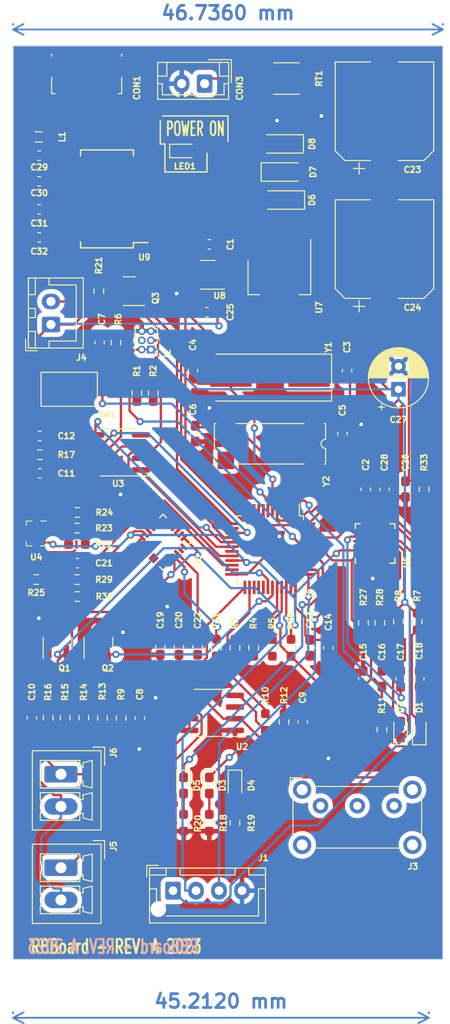
<source format=kicad_pcb>
(kicad_pcb (version 20221018) (generator pcbnew)
  (layers (0 "F.Cu" signal) (31 "B.Cu" signal) (34 "B.Paste" user) (35 "F.Paste" user) (36 "B.SilkS" user "B.Silkscreen") (37 "F.SilkS" user "F.Silkscreen") (38 "B.Mask" user) (39 "F.Mask" user) (44 "Edge.Cuts" user))
  (net 0 "")
  (net 1 "VDDIO")
  (net 2 "0")
  (net 3 "Net-(U1-PD0)")
  (net 4 "Net-(U1-PD1)")
  (net 5 "Net-(U1-PC14)")
  (net 6 "Net-(U1-PC15)")
  (net 7 "Reset")
  (net 8 "Net-(U2-G1)")
  (net 9 "Net-(U2-G2)")
  (net 10 "VBAT")
  (net 11 "B13_MEM_SCK")
  (net 12 "+3.3V")
  (net 13 "Net-(U5-CPOUT)")
  (net 14 "Net-(U5-REGOUT)")
  (net 15 "Net-(U6-CPOUT)")
  (net 16 "Net-(U6-REGOUT)")
  (net 17 "Net-(D8-A)")
  (net 18 "+5V")
  (net 19 "Net-(D6-A)")
  (net 20 "VDD_FTD")
  (net 21 "Net-(U9-3V3OUT)")
  (net 22 "Net-(CON1-D-)")
  (net 23 "Net-(CON1-D+)")
  (net 24 "Net-(CON1-Shield)")
  (net 25 "Net-(CON3-+)")
  (net 26 "GND")
  (net 27 "Net-(D1-A)")
  (net 28 "C13")
  (net 29 "Net-(D2-A)")
  (net 30 "LED_GREEN")
  (net 31 "Net-(D3-A)")
  (net 32 "LED_RED")
  (net 33 "Net-(D4-A)")
  (net 34 "LED_YELLOW")
  (net 35 "Net-(D5-A)")
  (net 36 "D-")
  (net 37 "D+")
  (net 38 "BOOT0")
  (net 39 "BOOT1")
  (net 40 "Net-(J4-Pin_2)")
  (net 41 "Net-(J5-Pin_1)")
  (net 42 "Net-(J6-Pin_1)")
  (net 43 "SWDIO")
  (net 44 "Net-(LED1-A)")
  (net 45 "Net-(Q1-B)")
  (net 46 "IN1")
  (net 47 "Net-(Q2-B)")
  (net 48 "IN2")
  (net 49 "Pin_BUZZER")
  (net 50 "Net-(U1-BOOT0)")
  (net 51 "Net-(U1-PB2)")
  (net 52 "+5VD")
  (net 53 "Net-(U1-PA11)")
  (net 54 "Net-(U1-PA12)")
  (net 55 "OUT1")
  (net 56 "OUT2")
  (net 57 "Net-(U3-*HOLD)")
  (net 58 "ACCEL2_SDA")
  (net 59 "ACCEL1_SCL")
  (net 60 "Net-(U4-CSB)")
  (net 61 "Net-(U4-SDO)")
  (net 62 "ACCEL2_SCL")
  (net 63 "ACCEL1_SDA")
  (net 64 "Net-(U5-AD0)")
  (net 65 "Net-(U6-AD0)")
  (net 66 "3VB")
  (net 67 "PIN_BUTTON")
  (net 68 "RXA")
  (net 69 "TXA")
  (net 71 "B14_MEM_SO")
  (net 72 "B15_MEM_SI")
  (net 73 "B12_MEM_CS")
  (net 78 "SWCLK")
  (footprint "Capacitor_SMD:C_0603_1608Metric_Pad1.08x0.95mm_HandSolder" (layer "F.Cu") (at 208.026 -161.29 -90)
    (fp_text reference "C5")
    (fp_text value "20p")
  )
  (footprint "Capacitor_SMD:C_0603_1608Metric_Pad1.08x0.95mm_HandSolder" (layer "F.Cu") (at 203.708 -129.9445 90)
    (fp_text reference "C9")
    (fp_text value "100n")
  )
  (footprint "Capacitor_THT:CP_Radial_D6.3mm_P2.50mm" (layer "F.Cu") (at 214.122 -166.116 90)
    (fp_text reference "C27")
    (fp_text value "220uFx16V")
  )
  (footprint "Package_TO_SOT_SMD:SOT-23" (layer "F.Cu") (at 181.488 -138.5085 90)
    (fp_text reference "Q2")
    (fp_text value "MMBT6427-F")
  )
  (footprint "Resistor_SMD:R_0603_1608Metric_Pad0.98x0.95mm_HandSolder" (layer "F.Cu") (at 179.1518 -145.4322)
    (fp_text reference "R29")
    (fp_text value "4.7k")
  )
  (footprint "Resistor_SMD:R_0603_1608Metric_Pad0.98x0.95mm_HandSolder" (layer "F.Cu") (at 179.1518 -151.0202)
    (fp_text reference "R23")
    (fp_text value "10K")
  )
  (footprint "Resistor_SMD:R_0603_1608Metric_Pad0.98x0.95mm_HandSolder" (layer "F.Cu") (at 202.438 -138.0125 90)
    (fp_text reference "R26")
    (fp_text value "4.7k")
  )
  (footprint "Resistor_SMD:R_0603_1608Metric_Pad0.98x0.95mm_HandSolder" (layer "F.Cu") (at 196.342 -138.0125 90)
    (fp_text reference "R3")
    (fp_text value "4.7k")
  )
  (footprint "Resistor_SMD:R_0603_1608Metric_Pad0.98x0.95mm_HandSolder" (layer "F.Cu") (at 179.1958 -143.5832)
    (fp_text reference "R30")
    (fp_text value "4.7k")
  )
  (footprint "Capacitor_SMD:CP_Elec_10x10.5" (layer "F.Cu") (at 212.598 -196.342 90)
    (fp_text reference "C23")
    (fp_text value "470u, 16V")
  )
  (footprint "Package_TO_SOT_SMD:SOT-23" (layer "F.Cu") (at 177.038 -138.5085 90)
    (fp_text reference "Q1")
    (fp_text value "MMBT6427-F")
  )
  (footprint "Package_SO:SSOP-28_5.3x10.2mm_P0.65mm" (layer "F.Cu") (at 182.416 -186.813 180)
    (fp_text reference "U9")
    (fp_text value "FT232RL")
  )
  (footprint "Resistor_SMD:R_0603_1608Metric_Pad0.98x0.95mm_HandSolder" (layer "F.Cu") (at 212.09 -140.716 -90)
    (fp_text reference "R28")
    (fp_text value "4.7k")
  )
  (footprint "Capacitor_SMD:C_0603_1608Metric_Pad1.08x0.95mm_HandSolder" (layer "F.Cu") (at 190.246 -138.126 -90)
    (fp_text reference "C20")
    (fp_text value "0.01uF")
  )
  (footprint "Resistor_SMD:R_0603_1608Metric_Pad0.98x0.95mm_HandSolder" (layer "F.Cu") (at 177.866 -130.4055 90)
    (fp_text reference "R15")
    (fp_text value "10k")
  )
  (footprint "Connector_USB:USB_Micro-B_Molex_47346-0001" (layer "F.Cu") (at 180.206 -199.968 180)
    (fp_text reference "CON1")
    (fp_text value "USB_B")
  )
  (footprint "Resistor_SMD:R_0603_1608Metric_Pad0.98x0.95mm_HandSolder" (layer "F.Cu") (at 185.674 -165.7115 90)
    (fp_text reference "R1")
    (fp_text value "100K")
  )
  (footprint "Resistor_SMD:R_0603_1608Metric_Pad0.98x0.95mm_HandSolder" (layer "F.Cu") (at 199.644 -129.9445 -90)
    (fp_text reference "R10")
    (fp_text value "1.5K")
  )
  (footprint "Sensor_Motion:InvenSense_QFN-24_4x4mm_P0.5mm" (layer "F.Cu") (at 188.5136 -149.4832 45)
    (fp_text reference "U6")
    (fp_text value "MPU-6050")
  )
  (footprint "Resistor_SMD:R_0603_1608Metric_Pad0.98x0.95mm_HandSolder" (layer "F.Cu") (at 193.548 -118.985 90)
    (fp_text reference "R18")
    (fp_text value "330")
  )
  (footprint "Capacitor_SMD:C_0603_1608Metric_Pad1.08x0.95mm_HandSolder" (layer "F.Cu") (at 210.292 -134.64 90)
    (fp_text reference "C15")
    (fp_text value "0.1uF")
  )
  (footprint "Connector_JST:JST_EH_B2B-EH-A_1x02_P2.50mm_Vertical" (layer "F.Cu") (at 193.04 -199.344 180)
    (fp_text reference "CON3")
    (fp_text value "Bateria min 7V")
  )
  (footprint "Package_TO_SOT_SMD:SOT-23" (layer "F.Cu") (at 184.8335 -176.784 180)
    (fp_text reference "Q3")
    (fp_text value "BC817")
  )
  (footprint "Capacitor_SMD:C_0603_1608Metric_Pad1.08x0.95mm_HandSolder" (layer "F.Cu") (at 204.47 -138.0125 -90)
    (fp_text reference "C13")
    (fp_text value "0.1u")
  )
  (footprint "Resistor_SMD:R_0603_1608Metric_Pad0.98x0.95mm_HandSolder" (layer "F.Cu") (at 179.1518 -149.2422)
    (fp_text reference "R22")
    (fp_text value "10K")
  )
  (footprint "Capacitor_SMD:C_0603_1608Metric_Pad1.08x0.95mm_HandSolder" (layer "F.Cu") (at 193.294 -174.498 180)
    (fp_text reference "C25")
    (fp_text value "100n")
  )
  (footprint "Resistor_SMD:R_0603_1608Metric_Pad0.98x0.95mm_HandSolder" (layer "F.Cu") (at 214.122 -140.8665 -90)
    (fp_text reference "R8")
    (fp_text value "510")
  )
  (footprint "Resistor_SMD:R_0603_1608Metric_Pad0.98x0.95mm_HandSolder" (layer "F.Cu") (at 187.452 -165.7115 90)
    (fp_text reference "R2")
    (fp_text value "100K")
  )
  (footprint "Diode_SMD:D_SOD-123" (layer "F.Cu") (at 201.548 -189.738)
    (fp_text reference "D7")
    (fp_text value "DSS14U")
  )
  (footprint "Capacitor_SMD:C_0603_1608Metric_Pad1.08x0.95mm_HandSolder" (layer "F.Cu") (at 192.278 -138.126 -90)
    (fp_text reference "C22")
    (fp_text value "0.1uF")
  )
  (footprint "Capacitor_SMD:C_0603_1608Metric_Pad1.08x0.95mm_HandSolder" (layer "F.Cu") (at 214.356 -134.64 90)
    (fp_text reference "C17")
    (fp_text value "2200pF")
  )
  (footprint "Resistor_SMD:R_0603_1608Metric_Pad0.98x0.95mm_HandSolder" (layer "F.Cu") (at 198.374 -138.0125 -90)
    (fp_text reference "R4")
    (fp_text value "20R")
  )
  (footprint "Package_SO:SOIC-8_3.9x4.9mm_P1.27mm" (layer "F.Cu") (at 193.867 -130.937 180)
    (fp_text reference "U2")
    (fp_text value "IRF7101")
  )
  (footprint "Resistor_SMD:R_0603_1608Metric_Pad0.98x0.95mm_HandSolder" (layer "F.Cu") (at 183.962 -130.374 -90)
    (fp_text reference "R9")
    (fp_text value "1.5K")
  )
  (footprint "Package_LGA:Bosch_LGA-8_2x2.5mm_P0.65mm_ClockwisePinNumbering" (layer "F.Cu") (at 174.7303 -150.4412 -90)
    (fp_text reference "U4")
    (fp_text value "BMP280")
  )
  (footprint "Button_Switch_THT:SW_E-Switch_EG1224_SPDT_Angled" (layer "F.Cu") (at 205.646 -120.836)
    (fp_text reference "J3")
    (fp_text value "Switch")
  )
  (footprint "Connector_Phoenix_MC:PhoenixContact_MCV_1,5_2-G-3.5_1x02_P3.50mm_Vertical" (layer "F.Cu") (at 177.4115 -114.104 -90)
    (fp_text reference "J5")
    (fp_text value "Screw_Terminal")
  )
  (footprint "Resistor_SMD:R_0603_1608Metric_Pad0.98x0.95mm_HandSolder" (layer "F.Cu") (at 190.754 -118.985 90)
    (fp_text reference "R20")
    (fp_text value "330")
  )
  (footprint "Sensor_Motion:InvenSense_QFN-24_4x4mm_P0.5mm" (layer "F.Cu") (at 211.582 -149.352 90)
    (fp_text reference "U5")
    (fp_text value "MPU-6050")
  )
  (footprint "Capacitor_SMD:CP_Elec_10x10.5" (layer "F.Cu") (at 212.598 -181.356 90)
    (fp_text reference "C24")
    (fp_text value "1000u,16V")
  )
  (footprint "Capacitor_SMD:C_0603_1608Metric_Pad1.08x0.95mm_HandSolder" (layer "F.Cu") (at 212.598 -155.249 -90)
    (fp_text reference "C28")
    (fp_text value "100nF")
  )
  (footprint "Connector_Phoenix_MC:PhoenixContact_MCV_1,5_2-G-3.5_1x02_P3.50mm_Vertical" (layer "F.Cu") (at 177.4115 -124.264 -90)
    (fp_text reference "J6")
    (fp_text value "Screw_Terminal")
  )
  (footprint "Capacitor_SMD:C_0603_1608Metric_Pad1.08x0.95mm_HandSolder" (layer "F.Cu") (at 175.05 -188.722)
    (fp_text reference "C30")
    (fp_text value "4,7uF")
  )
  (footprint "Capacitor_SMD:C_0603_1608Metric_Pad1.08x0.95mm_HandSolder" (layer "F.Cu") (at 208.534 -168.148 90)
    (fp_text reference "C3")
    (fp_text value "20p")
  )
  (footprint "Resistor_SMD:R_0603_1608Metric_Pad0.98x0.95mm_HandSolder" (layer "F.Cu") (at 174.7303 -145.4322 180)
    (fp_text reference "R25")
    (fp_text value "10K")
  )
  (footprint "Resistor_SMD:R_0603_1608Metric_Pad0.98x0.95mm_HandSolder" (layer "F.Cu") (at 181.5315 -176.784 -90)
    (fp_text reference "R21")
    (fp_text value "1,5k")
  )
  (footprint "Capacitor_SMD:C_0603_1608Metric_Pad1.08x0.95mm_HandSolder" (layer "F.Cu") (at 188.214 -138.126 -90)
    (fp_text reference "C19")
    (fp_text value "0.1uF")
  )
  (footprint "Resistor_SMD:R_0603_1608Metric_Pad0.98x0.95mm_HandSolder" (layer "F.Cu") (at 181.93 -130.374 90)
    (fp_text reference "R13")
    (fp_text value "10k")
  )
  (footprint "Capacitor_SMD:C_0603_1608Metric_Pad1.08x0.95mm_HandSolder" (layer "F.Cu") (at 175.05 -185.674 180)
    (fp_text reference "C31")
    (fp_text value "1uF")
  )
  (footprint "LED_SMD:LED_0603_1608Metric_Pad1.05x0.95mm_HandSolder" (layer "F.Cu") (at 196.342 -123.049 -90)
    (fp_text reference "D4")
    (fp_text value "LED")
  )
  (footprint "Resistor_SMD:R_0603_1608Metric_Pad0.98x0.95mm_HandSolder" (layer "F.Cu") (at 183.388 -171.196 90)
    (fp_text reference "R6")
    (fp_text value "10k")
  )
  (footprint "Resistor_SMD:R_1812_4532Metric" (layer "F.Cu") (at 201.93 -199.898)
    (fp_text reference "RT1")
    (fp_text value "300mA - 304N")
  )
  (footprint "LED_SMD:LED_0603_1608Metric_Pad1.05x0.95mm_HandSolder" (layer "F.Cu") (at 190.895 -192.024)
    (fp_text reference "LED1")
    (fp_text value "Power ON")
  )
  (footprint "Capacitor_SMD:C_0603_1608Metric_Pad1.08x0.95mm_HandSolder" (layer "F.Cu") (at 206.502 -138.0125 -90)
    (fp_text reference "C14")
    (fp_text value "1u")
  )
  (footprint "Capacitor_SMD:C_0603_1608Metric_Pad1.08x0.95mm_HandSolder" (layer "F.Cu") (at 212.324 -134.64 90)
    (fp_text reference "C16")
    (fp_text value "0.01uF")
  )
  (footprint "Capacitor_SMD:C_0603_1608Metric_Pad1.08x0.95mm_HandSolder" (layer "F.Cu") (at 191.77 -168.148 90)
    (fp_text reference "C4")
    (fp_text value "20p")
  )
  (footprint "Connector_JST:JST_XH_B2B-XH-A_1x02_P2.50mm_Vertical" (layer "F.Cu") (at 176.321 -173.158 90)
    (fp_text reference "J4")
    (fp_text value "BUZZER")
  )
  (footprint "Resistor_SMD:R_0603_1608Metric_Pad0.98x0.95mm_HandSolder" (layer "F.Cu") (at 179.1958 -152.7272)
    (fp_text reference "R24")
    (fp_text value "10K")
  )
  (footprint "Capacitor_SMD:C_0603_1608Metric_Pad1.08x0.95mm_HandSolder" (layer "F.Cu") (at 175.05 -191.516)
    (fp_text reference "C29")
    (fp_text value "10nF")
  )
  (footprint "Resistor_SMD:R_0603_1608Metric_Pad0.98x0.95mm_HandSolder" (layer "F.Cu") (at 210.312 -140.716 -90)
    (fp_text reference "R27")
    (fp_text value "4.7k")
  )
  (footprint "Resistor_SMD:R_0603_1608Metric_Pad0.98x0.95mm_HandSolder" (layer "F.Cu") (at 176.022 -130.4055 -90)
    (fp_text reference "R16")
    (fp_text value "1M")
  )
  (footprint "Resistor_SMD:R_0603_1608Metric_Pad0.98x0.95mm_HandSolder" (layer "F.Cu") (at 216.916 -155.249 -90)
    (fp_text reference "R33")
    (fp_text value "470R")
  )
  (footprint "Connector_PinHeader_1.00mm:PinHeader_2x03_P1.00mm_Vertical" (layer "F.Cu") (at 187.198 -170.434 180)
    (fp_text reference "J2")
    (fp_text value "BOOT_JUMPER")
  )
  (footprint "Resistor_SMD:R_0603_1608Metric_Pad0.98x0.95mm_HandSolder" (layer "F.Cu") (at 179.898 -130.4055 -90)
    (fp_text reference "R14")
    (fp_text value "1M")
  )
  (footprint "Inductor_SMD:L_0805_2012Metric" (layer "F.Cu") (at 175.006 -193.548 180)
    (fp_text reference "L1")
    (fp_text value "BBPY0020")
  )
  (footprint "Diode_SMD:D_SOD-123" (layer "F.Cu") (at 201.422 -192.786 180)
    (fp_text reference "D8")
    (fp_text value "D")
  )
  (footprint "Capacitor_SMD:C_0603_1608Metric_Pad1.08x0.95mm_HandSolder" (layer "F.Cu") (at 175.1095 -156.972)
    (fp_text reference "C11")
    (fp_text value "100nF")
  )
  (footprint "Resistor_SMD:R_0603_1608Metric_Pad0.98x0.95mm_HandSolder" (layer "F.Cu") (at 200.406 -138.0125 -90)
    (fp_text reference "R5")
    (fp_text value "20R")
  )
  (footprint "Crystal:Crystal_SMD_HC49-SD" (layer "F.Cu") (at 200.152 -167.386 180)
    (fp_text reference "Y1")
    (fp_text value "8M")
  )
  (footprint "LED_SMD:LED_0603_1608Metric_Pad1.05x0.95mm_HandSolder" (layer "F.Cu") (at 216.388 -129.1215 90)
    (fp_text reference "D1")
    (fp_text value "LED")
  )
  (footprint "LED_SMD:LED_0603_1608Metric_Pad1.05x0.95mm_HandSolder" (layer "F.Cu") (at 193.548 -123.049 -90)
    (fp_text reference "D3")
    (fp_text value "LED")
  )
  (footprint "Capacitor_SMD:C_0603_1608Metric_Pad1.08x0.95mm_HandSolder" (layer "F.Cu") (at 193.548 -181.864)
    (fp_text reference "C1")
    (fp_text value "100n")
  )
  (footprint "Diode_SMD:D_SOD-123" (layer "F.Cu") (at 201.548 -186.69 180)
    (fp_text reference "D6")
    (fp_text value "D")
  )
  (footprint "Package_QFP:LQFP-48_7x7mm_P0.5mm" (layer "F.Cu") (at 200.172 -148.7455 -90)
    (fp_text reference "U1")
    (fp_text value "STM32F103CBT6")
  )
  (footprint "Crystal:Crystal_SMD_SeikoEpson_MA406-4Pin_11.7x4.0mm" (layer "F.Cu") (at 200.152 -160.187 180)
    (fp_text reference "Y2")
    (fp_text value "32k")
  )
  (footprint "LED_SMD:LED_0603_1608Metric_Pad1.05x0.95mm_HandSolder" (layer "F.Cu") (at 190.754 -123.049 -90)
    (fp_text reference "D5")
    (fp_text value "LED")
  )
  (footprint "Capacitor_SMD:C_0603_1608Metric_Pad1.08x0.95mm_HandSolder" (layer "F.Cu") (at 175.05 -182.626 180)
    (fp_text reference "C32")
    (fp_text value "100nF")
  )
  (footprint "Capacitor_SMD:C_0603_1608Metric_Pad1.08x0.95mm_HandSolder" (layer "F.Cu") (at 210.566 -155.249 -90)
    (fp_text reference "C2")
    (fp_text value "100n")
  )
  (footprint "Capacitor_SMD:C_0603_1608Metric_Pad1.08x0.95mm_HandSolder" (layer "F.Cu") (at 181.61 -171.196 -90)
    (fp_text reference "C7")
    (fp_text value "100n")
  )
  (footprint "LED_SMD:LED_0603_1608Metric_Pad1.05x0.95mm_HandSolder" (layer "F.Cu") (at 214.356 -129.1215 90)
    (fp_text reference "D2")
    (fp_text value "LED")
  )
  (footprint "Capacitor_SMD:C_0603_1608Metric_Pad1.08x0.95mm_HandSolder" (layer "F.Cu") (at 216.388 -134.64 90)
    (fp_text reference "C18")
    (fp_text value "0.1uF")
  )
  (footprint "Connector_JST:JST_XH_B4B-XH-AM_1x04_P2.50mm_Vertical" (layer "F.Cu") (at 189.604 -111.6095)
    (fp_text reference "J1")
    (fp_text value "OUT_Bluepill")
  )
  (footprint "Resistor_SMD:R_0603_1608Metric_Pad0.98x0.95mm_HandSolder" (layer "F.Cu") (at 212.324 -129.1055 90)
    (fp_text reference "R11")
    (fp_text value "10k")
  )
  (footprint "Package_TO_SOT_SMD:SOT-23-5" (layer "F.Cu") (at 193.3945 -178.562 180)
    (fp_text reference "U8")
    (fp_text value "TPS7A0533PDBV")
  )
  (footprint "Resistor_SMD:R_0603_1608Metric_Pad0.98x0.95mm_HandSolder" (layer "F.Cu") (at 175.1095 -159.004)
    (fp_text reference "R17")
    (fp_text value "22k")
  )
  (footprint "Package_SO:SOIC-8_3.9x4.9mm_P1.27mm" (layer "F.Cu") (at 183.642 -159.258 180)
    (fp_text reference "U3")
    (fp_text value "MB85RS256B")
  )
  (footprint "Package_TO_SOT_SMD:SOT-223-3_TabPin2" (layer "F.Cu") (at 201.168 -178.308 -90)
    (fp_text reference "U7")
    (fp_text value "NCP1117-5.0_SOT223")
  )
  (footprint "Resistor_SMD:R_0603_1608Metric_Pad0.98x0.95mm_HandSolder" (layer "F.Cu") (at 196.342 -118.985 90)
    (fp_text reference "R19")
    (fp_text value "330")
  )
  (footprint "Resistor_SMD:R_0603_1608Metric_Pad0.98x0.95mm_HandSolder" (layer "F.Cu") (at 194.31 -138.0255 -90)
    (fp_text reference "R31")
    (fp_text value "4.7k")
  )
  (footprint "Capacitor_SMD:C_0603_1608Metric_Pad1.08x0.95mm_HandSolder" (layer "F.Cu") (at 185.994 -130.374 90)
    (fp_text reference "C8")
    (fp_text value "100n")
  )
  (footprint "Capacitor_SMD:C_0603_1608Metric_Pad1.08x0.95mm_HandSolder" (layer "F.Cu") (at 174.254 -130.412 90)
    (fp_text reference "C10")
    (fp_text value "1u")
  )
  (footprint "Button_Switch_SMD:SW_SPST_CK_RS282G05A3" (layer "F.Cu") (at 178.308 -166.116 180)
    (fp_text reference "SW1")
    (fp_text value "SW_Push")
  )
  (footprint "Capacitor_SMD:C_0603_1608Metric_Pad1.08x0.95mm_HandSolder" (layer "F.Cu") (at 175.1095 -161.036 180)
    (fp_text reference "C12")
    (fp_text value "47pF")
  )
  (footprint "Capacitor_SMD:C_0603_1608Metric_Pad1.08x0.95mm_HandSolder" (layer "F.Cu") (at 192.024 -161.29 -90)
    (fp_text reference "C6")
    (fp_text value "20p")
  )
  (footprint "Resistor_SMD:R_0603_1608Metric_Pad0.98x0.95mm_HandSolder" (layer "F.Cu") (at 201.676 -129.9445 90)
    (fp_text reference "R12")
    (fp_text value "10k")
  )
  (footprint "Resistor_SMD:R_0603_1608Metric_Pad0.98x0.95mm_HandSolder" (layer "F.Cu") (at 216.154 -140.8665 -90)
    (fp_text reference "R7")
    (fp_text value "510R")
  )
  (footprint "Capacitor_SMD:C_0603_1608Metric_Pad1.08x0.95mm_HandSolder" (layer "F.Cu") (at 179.2018 -147.2102 180)
    (fp_text reference "C21")
    (fp_text value "2200pF")
  )
  (footprint "Capacitor_SMD:C_0603_1608Metric_Pad1.08x0.95mm_HandSolder" (layer "F.Cu") (at 214.884 -155.249 -90)
    (fp_text reference "C26")
    (fp_text value "100nF")
  )
  (gr_line (start 188.722 -192.786) (end 188.722 -189.738) (stroke (width 0.15)) (layer "F.SilkS"))
  (gr_line (start 195.58 -195.834) (end 195.58 -193.04) (stroke (width 0.15)) (layer "F.SilkS"))
  (gr_line (start 193.294 -189.738) (end 193.294 -191.77) (stroke (width 0.15)) (layer "F.SilkS"))
  (gr_line (start 188.214 -192.786) (end 188.722 -192.786) (stroke (width 0.15)) (layer "F.SilkS"))
  (gr_line (start 188.468 -195.834) (end 193.04 -195.834) (stroke (width 0.15)) (layer "F.SilkS"))
  (gr_line (start 188.722 -189.738) (end 193.294 -189.738) (stroke (width 0.15)) (layer "F.SilkS"))
  (gr_line (start 188.214 -195.326) (end 188.214 -192.786) (stroke (width 0.15)) (layer "F.SilkS"))
  (gr_line (start 193.04 -195.834) (end 195.58 -195.834) (stroke (width 0.15)) (layer "F.SilkS"))
  (gr_line (start 218.948 -203.454) (end 218.948 -104.14) (stroke (width 0.1)) (layer "Edge.Cuts"))
  (gr_line (start 172.212 -104.14) (end 172.212 -203.454) (stroke (width 0.1)) (layer "Edge.Cuts"))
  (gr_line (start 172.212 -203.454) (end 218.948 -203.454) (stroke (width 0.1)) (layer "Edge.Cuts"))
  (gr_line (start 218.948 -104.14) (end 172.212 -104.14) (stroke (width 0.1)) (layer "Edge.Cuts"))
  (gr_text "RBBoard - REV. A 2023" (at 192.532 -104.648) (layer "B.SilkS") (effects (font (size 1.5 1) (thickness 0.25) bold) (justify left bottom mirror)))
  (gr_text "POWER ON" (at 188.722 -193.548) (layer "F.SilkS") (effects (font (size 1.5 0.8) (thickness 0.2) bold) (justify left bottom)))
  (gr_text "RBBoard - REV. A 2023" (at 173.99 -104.648) (layer "F.SilkS") (effects (font (size 1.5 1) (thickness 0.25) bold) (justify left bottom)))
  (dimension (type aligned) (layer "B.Cu") (pts (xy 172.212 -97.79) (xy 217.424 -97.79)) (height 0) (gr_text "45,2120 mm" (at 194.818 -99.59) (layer "B.Cu") (effects (font (size 1.5 1.5) (thickness 0.3)))) (format (prefix "") (suffix "") (units 3) (units_format 1) (precision 4)) (style (thickness 0.2) (arrow_length 1.27) (text_position_mode 0) (extension_height 0.58642) (extension_offset 0.5) keep_text_aligned))
  (dimension (type aligned) (layer "B.Cu") (pts (xy 172.212 -205.232) (xy 218.948 -205.232)) (height 0) (gr_text "46,7360 mm" (at 195.58 -207.032) (layer "B.Cu") (effects (font (size 1.5 1.5) (thickness 0.3)))) (format (prefix "") (suffix "") (units 3) (units_format 1) (precision 4)) (style (thickness 0.2) (arrow_length 1.27) (text_position_mode 0) (extension_height 0.58642) (extension_offset 0.5) keep_text_aligned))
  (segment (start 178.239 -149.2422) (end 178.239 -149.242) (width 0.25) (layer "F.Cu") (net 1))
  (segment (start 199.645 -147.982) (end 197.659 -145.996) (width 0.25) (layer "F.Cu") (net 1))
  (segment (start 203.992 -141.338) (end 202.922 -142.408) (width 0.25) (layer "F.Cu") (net 1))
  (segment (start 180.935 -152.232) (end 180.598 -151.896) (width 0.25) (layer "F.Cu") (net 1))
  (segment (start 200.367 -147.982) (end 199.645 -147.982) (width 0.25) (layer "F.Cu") (net 1))
  (segment (start 192.686 -181.864) (end 193.278 -181.271) (width 0.25) (layer "F.Cu") (net 1))
  (segment (start 183.93 -160.955) (end 182.243 -159.267) (width 0.25) (layer "F.Cu") (net 1))
  (segment (start 208.698 -170.415) (end 195.123 -170.415) (width 0.25) (layer "F.Cu") (net 1))
  (segment (start 212.598 -163.467) (end 212.598 -156.112) (width 0.25) (layer "F.Cu") (net 1))
  (segment (start 183.388 -170.2835) (end 183.3882 -170.2837) (width 0.25) (layer "F.Cu") (net 1))
  (segment (start 203.992 -139.353) (end 203.992 -141.338) (width 0.25) (layer "F.Cu") (net 1))
  (segment (start 216.01 -141.779) (end 214.819 -142.969) (width 0.25) (layer "F.Cu") (net 1))
  (segment (start 173.9303 -150.116) (end 173.93 -150.116) (width 0.25) (layer "F.Cu") (net 1))
  (segment (start 179.143 -155.079) (end 181.167 -157.103) (width 0.25) (layer "F.Cu") (net 1))
  (segment (start 173.9303 -151.416) (end 174.348 -151.416) (width 0.25) (layer "F.Cu") (net 1))
  (segment (start 174.998 -159.805) (end 174.197 -159.004) (width 0.25) (layer "F.Cu") (net 1))
  (segment (start 193.278 -181.271) (end 193.278 -178.633) (width 0.25) (layer "F.Cu") (net 1))
  (segment (start 184.755 -169.741) (end 183.93 -169.741) (width 0.25) (layer "F.Cu") (net 1))
  (segment (start 185.448 -170.434) (end 184.755 -169.741) (width 0.25) (layer "F.Cu") (net 1))
  (segment (start 210.566 -156.112) (end 208.95 -156.112) (width 0.25) (layer "F.Cu") (net 1))
  (segment (start 203.531 -151.496) (end 203.375 -151.339) (width 0.25) (layer "F.Cu") (net 1))
  (segment (start 202.922 -145.427) (end 200.367 -147.982) (width 0.25) (layer "F.Cu") (net 1))
  (segment (start 179.115 -151.896) (end 178.2393 -151.0203) (width 0.25) (layer "F.Cu") (net 1))
  (segment (start 204.47 -138.875) (end 203.992 -139.353) (width 0.25) (layer "F.Cu") (net 1))
  (segment (start 212.598 -156.1115) (end 212.598 -156.112) (width 0.25) (layer "F.Cu") (net 1))
  (segment (start 198.922 -152.062) (end 198.922 -152.908) (width 0.25) (layer "F.Cu") (net 1))
  (segment (start 202.922 -142.408) (end 202.922 -144.583) (width 0.25) (layer "F.Cu") (net 1))
  (segment (start 173.93 -154.763) (end 173.93 -151.416) (width 0.25) (layer "F.Cu") (net 1))
  (segment (start 204.334 -151.496) (end 203.531 -151.496) (width 0.25) (layer "F.Cu") (net 1))
  (segment (start 174.247 -155.079) (end 179.143 -155.079) (width 0.25) (layer "F.Cu") (net 1))
  (segment (start 178.2393 -151.0203) (end 178.2393 -151.0202) (width 0.25) (layer "F.Cu") (net 1))
  (segment (start 178.2831 -152.7269) (end 178.283 -152.727) (width 0.25) (layer "F.Cu") (net 1))
  (segment (start 173.9303 -150.1162) (end 173.9303 -150.116) (width 0.25) (layer "F.Cu") (net 1))
  (segment (start 173.9303 -151.4162) (end 173.9303 -151.416) (width 0.25) (layer "F.Cu") (net 1))
  (segment (start 196.0095 -145.9955) (end 196.01 -145.996) (width 0.25) (layer "F.Cu") (net 1))
  (segment (start 216.154 -141.779) (end 216.01 -141.779) (width 0.25) (layer "F.Cu") (net 1))
  (segment (start 191.562 -176.917) (end 192.257 -177.612) (width 0.25) (layer "F.Cu") (net 1))
  (segment (start 178.2833 -152.7272) (end 178.2831 -152.727) (width 0.25) (layer "F.Cu") (net 1))
  (segment (start 195.123 -170.415) (end 191.562 -173.976) (width 0.25) (layer "F.Cu") (net 1))
  (segment (start 214.122 -142.272) (end 214.122 -141.779) (width 0.25) (layer "F.Cu") (net 1))
  (segment (start 173.93 -151.416) (end 173.9303 -151.416) (width 0.25) (layer "F.Cu") (net 1))
  (segment (start 204.47 -138.875) (end 206.502 -138.875) (width 0.25) (layer "F.Cu") (net 1))
  (segment (start 176.566 -159.805) (end 174.998 -159.805) (width 0.25) (layer "F.Cu") (net 1))
  (segment (start 180.598 -151.896) (end 179.115 -151.896) (width 0.25) (layer "F.Cu") (net 1))
  (segment (start 174.505 -150.266) (end 174.355 -150.116) (width 0.25) (layer "F.Cu") (net 1))
  (segment (start 174.355 -150.116) (end 173.9303 -150.116) (width 0.25) (layer "F.Cu") (net 1))
  (segment (start 197.659 -145.996) (end 196.01 -145.996) (width 0.25) (layer "F.Cu") (net 1))
  (segment (start 183.93 -169.741) (end 183.93 -160.955) (width 0.25) (layer "F.Cu") (net 1))
  (segment (start 212.598 -156.112) (end 210.566 -156.112) (width 0.25) (layer "F.Cu") (net 1))
  (segment (start 193.278 -178.633) (end 192.257 -177.612) (width 0.25) (layer "F.Cu") (net 1))
  (segment (start 203.375 -151.339) (end 199.645 -151.339) (width 0.25) (layer "F.Cu") (net 1))
  (segment (start 183.3882 -170.2837) (end 183.93 -169.741) (width 0.25) (layer "F.Cu") (net 1))
  (segment (start 214.819 -142.969) (end 214.122 -142.272) (width 0.25) (layer "F.Cu") (net 1))
  (segment (start 214.122 -166.116) (end 214.122 -164.991) (width 0.25) (layer "F.Cu") (net 1))
  (segment (start 179.115 -151.896) (end 178.2831 -152.7269) (width 0.25) (layer "F.Cu") (net 1))
  (segment (start 191.562 -173.976) (end 191.562 -176.917) (width 0.25) (layer "F.Cu") (net 1))
  (segment (start 199.645 -147.982) (end 199.645 -151.339) (width 0.25) (layer "F.Cu") (net 1))
  (segment (start 174.247 -158.954) (end 174.247 -156.972) (width 0.25) (layer "F.Cu") (net 1))
  (segment (start 174.348 -151.416) (end 174.505 -151.259) (width 0.25) (layer "F.Cu") (net 1))
  (segment (start 186.198 -170.434) (end 185.448 -170.434) (width 0.25) (layer "F.Cu") (net 1))
  (segment (start 210.566 -156.1115) (end 210.566 -156.112) (width 0.25) (layer "F.Cu") (net 1))
  (segment (start 183.388 -170.284) (end 183.3882 -170.2837) (width 0.25) (layer "F.Cu") (net 1))
  (segment (start 208.95 -156.112) (end 204.334 -151.496) (width 0.25) (layer "F.Cu") (net 1))
  (segment (start 174.505 -151.259) (end 174.505 -150.266) (width 0.25) (layer "F.Cu") (net 1))
  (segment (start 182.243 -159.267) (end 177.104 -159.267) (width 0.25) (layer "F.Cu") (net 1))
  (segment (start 174.247 -156.972) (end 174.247 -155.079) (width 0.25) (layer "F.Cu") (net 1))
  (segment (start 177.104 -159.267) (end 176.566 -159.805) (width 0.25) (layer "F.Cu") (net 1))
  (segment (start 202.922 -144.583) (end 202.922 -145.427) (width 0.25) (layer "F.Cu") (net 1))
  (segment (start 178.2393 -149.2422) (end 178.239 -149.2422) (width 0.25) (layer "F.Cu") (net 1))
  (segment (start 178.239 -151.02) (end 178.239 -149.2422) (width 0.25) (layer "F.Cu") (net 1))
  (segment (start 204.3345 -151.4955) (end 204.334 -151.496) (width 0.25) (layer "F.Cu") (net 1))
  (segment (start 174.247 -155.079) (end 173.93 -154.763) (width 0.25) (layer "F.Cu") (net 1))
  (segment (start 214.122 -166.116) (end 212.997 -166.116) (width 0.25) (layer "F.Cu") (net 1))
  (segment (start 181.167 -157.103) (end 181.167 -157.353) (width 0.25) (layer "F.Cu") (net 1))
  (segment (start 214.122 -164.991) (end 212.598 -163.467) (width 0.25) (layer "F.Cu") (net 1))
  (segment (start 180.935 -153.288) (end 180.935 -152.232) (width 0.25) (layer "F.Cu") (net 1))
  (segment (start 178.2393 -151.0203) (end 178.239 -151.02) (width 0.25) (layer "F.Cu") (net 1))
  (segment (start 178.2831 -152.727) (end 178.2831 -152.7269) (width 0.25) (layer "F.Cu") (net 1))
  (segment (start 212.997 -166.116) (end 208.698 -170.415) (width 0.25) (layer "F.Cu") (net 1))
  (segment (start 179.143 -155.079) (end 180.935 -153.288) (width 0.25) (layer "F.Cu") (net 1))
  (segment (start 192.6855 -181.864) (end 192.686 -181.864) (width 0.25) (layer "F.Cu") (net 1))
  (segment (start 199.645 -151.339) (end 198.922 -152.062) (width 0.25) (layer "F.Cu") (net 1))
  (segment (start 174.197 -159.004) (end 174.247 -158.954) (width 0.25) (layer "F.Cu") (net 1))
  (via (at 214.819 -142.969) (size 0.8) (drill 0.4) (layers "F.Cu" "B.Cu") (net 1))
  (segment (start 192.266 -166.116) (end 214.122 -166.116) (width 0.25) (layer "B.Cu") (net 1))
  (segment (start 215.355 -128.803) (end 215.355 -142.433) (width 0.25) (layer "B.Cu") (net 1))
  (segment (start 190.154 -111.06) (end 190.918 -110.296) (width 0.25) (layer "B.Cu") (net 1))
  (segment (start 187.948 -170.434) (end 192.266 -166.116) (width 0.25) (layer "B.Cu") (net 1))
  (segment (start 202.372 -118.676) (end 205.229 -118.676) (width 0.25) (layer "B.Cu") (net 1))
  (segment (start 205.229 -118.676) (end 215.355 -128.803) (width 0.25) (layer "B.Cu") (net 1))
  (segment (start 195.854 -112.158) (end 202.372 -118.676) (width 0.25) (layer "B.Cu") (net 1))
  (segment (start 187.198 -170.434) (end 187.948 -170.434) (width 0.25) (layer "B.Cu") (net 1))
  (segment (start 215.355 -142.433) (end 214.819 -142.969) (width 0.25) (layer "B.Cu") (net 1))
  (segment (start 195.113 -110.296) (end 195.854 -111.037) (width 0.25) (layer "B.Cu") (net 1))
  (segment (start 189.604 -111.61) (end 190.154 -111.06) (width 0.25) (layer "B.Cu") (net 1))
  (segment (start 186.198 -170.434) (end 187.198 -170.434) (width 0.25) (layer "B.Cu") (net 1))
  (segment (start 214.819 -164.294) (end 214.122 -164.991) (width 0.25) (layer "B.Cu") (net 1))
  (segment (start 214.819 -142.969) (end 214.819 -164.294) (width 0.25) (layer "B.Cu") (net 1))
  (segment (start 214.122 -164.991) (end 214.122 -166.116) (width 0.25) (layer "B.Cu") (net 1))
  (segment (start 195.854 -111.037) (end 195.854 -112.158) (width 0.25) (layer "B.Cu") (net 1))
  (segment (start 190.918 -110.296) (end 195.113 -110.296) (width 0.25) (layer "B.Cu") (net 1))
  (segment (start 190.1535 -111.06) (end 189.604 -111.6095) (width 0.25) (layer "B.Cu") (net 1))
  (segment (start 190.154 -111.06) (end 190.1535 -111.06) (width 0.25) (layer "B.Cu") (net 1))
  (via (at 205.74 -195.834) (size 0.8) (drill 0.4) (layers "F.Cu" "B.Cu") (net 2))
  (via (at 193.548 -164.084) (size 0.8) (drill 0.4) (layers "F.Cu" "B.Cu") (net 2))
  (via (at 200.914 -195.326) (size 0.8) (drill 0.4) (layers "F.Cu" "B.Cu") (net 2))
  (via (at 184.15 -139.7) (size 0.8) (drill 0.4) (layers "F.Cu" "B.Cu") (net 2))
  (via (at 187.706 -132.588) (size 0.8) (drill 0.4) (layers "F.Cu" "B.Cu") (net 2))
  (via (at 185.928 -127) (size 0.8) (drill 0.4) (layers "F.Cu" "B.Cu") (net 2))
  (via (at 206.502 -125.984) (size 0.8) (drill 0.4) (layers "F.Cu" "B.Cu") (net 2))
  (via (at 188.976 -142.494) (size 0.8) (drill 0.4) (layers "F.Cu" "B.Cu") (net 2))
  (via (at 183.896 -154.686) (size 0.8) (drill 0.4) (layers "F.Cu" "B.Cu") (net 2))
  (via (at 210.058 -162.306) (size 0.8) (drill 0.4) (layers "F.Cu" "B.Cu") (net 2))
  (via (at 201.168 -150.114) (size 0.8) (drill 0.4) (layers "F.Cu" "B.Cu") (net 2))
  (via (at 175.006 -141.224) (size 0.8) (drill 0.4) (layers "F.Cu" "B.Cu") (net 2))
  (via (at 211.328 -145.542) (size 0.8) (drill 0.4) (layers "F.Cu" "B.Cu") (net 2))
  (via (at 189.992 -176.53) (size 0.8) (drill 0.4) (layers "F.Cu" "B.Cu") (net 2))
  (segment (start 208.6445 -167.175) (end 208.534 -167.2855) (width 0.25) (layer "F.Cu") (net 3))
  (segment (start 201.163 -151.84) (end 203.238 -151.84) (width 0.25) (layer "F.Cu") (net 3))
  (segment (start 204.709 -152.793) (end 208.856 -156.94) (width 0.25) (layer "F.Cu") (net 3))
  (segment (start 208.645 -167.175) (end 208.6445 -167.175) (width 0.25) (layer "F.Cu") (net 3))
  (segment (start 208.856 -156.94) (end 208.856 -166.964) (width 0.25) (layer "F.Cu") (net 3))
  (segment (start 203.238 -151.84) (end 204.192 -152.793) (width 0.25) (layer "F.Cu") (net 3))
  (segment (start 200.922 -152.081) (end 201.163 -151.84) (width 0.25) (layer "F.Cu") (net 3))
  (segment (start 204.192 -152.793) (end 204.709 -152.793) (width 0.25) (layer "F.Cu") (net 3))
  (segment (start 208.434 -167.386) (end 204.402 -167.386) (width 0.25) (layer "F.Cu") (net 3))
  (segment (start 200.922 -152.908) (end 200.922 -152.081) (width 0.25) (layer "F.Cu") (net 3))
  (segment (start 208.856 -166.964) (end 208.645 -167.175) (width 0.25) (layer "F.Cu") (net 3))
  (segment (start 208.645 -167.175) (end 208.434 -167.386) (width 0.25) (layer "F.Cu") (net 3))
  (segment (start 195.902 -166.724) (end 192.332 -166.724) (width 0.25) (layer "F.Cu") (net 4))
  (segment (start 192.051 -167.005) (end 191.77 -167.286) (width 0.25) (layer "F.Cu") (net 4))
  (segment (start 195.902 -166.061) (end 195.902 -166.724) (width 0.25) (layer "F.Cu") (net 4))
  (segment (start 200.422 -156.312) (end 200.447 -156.337) (width 0.25) (layer "F.Cu") (net 4))
  (segment (start 198.45 -163.513) (end 195.902 -166.061) (width 0.25) (layer "F.Cu") (net 4))
  (segment (start 192.051 -167.005) (end 192.0505 -167.005) (width 0.25) (layer "F.Cu") (net 4))
  (segment (start 200.422 -152.908) (end 200.422 -156.312) (width 0.25) (layer "F.Cu") (net 4))
  (segment (start 195.902 -167.386) (end 195.902 -166.724) (width 0.25) (layer "F.Cu") (net 4))
  (segment (start 192.0505 -167.005) (end 191.77 -167.2855) (width 0.25) (layer "F.Cu") (net 4))
  (segment (start 192.332 -166.724) (end 192.051 -167.005) (width 0.25) (layer "F.Cu") (net 4))
  (segment (start 198.45 -161.889) (end 198.45 -163.513) (width 0.25) (layer "F.Cu") (net 4))
  (via (at 198.45 -161.889) (size 0.8) (drill 0.4) (layers "F.Cu" "B.Cu") (net 4))
  (via (at 200.447 -156.337) (size 0.8) (drill 0.4) (layers "F.Cu" "B.Cu") (net 4))
  (segment (start 198.45 -158.334) (end 198.45 -161.889) (width 0.25) (layer "B.Cu") (net 4))
  (segment (start 200.447 -156.337) (end 198.45 -158.334) (width 0.25) (layer "B.Cu") (net 4))
  (segment (start 207.86 -161.987) (end 207.943 -162.0695) (width 0.25) (layer "F.Cu") (net 5))
  (segment (start 201.922 -160.182) (end 201.922 -152.908) (width 0.25) (layer "F.Cu") (net 5))
  (segment (start 204.952 -161.987) (end 207.86 -161.987) (width 0.25) (layer "F.Cu") (net 5))
  (segment (start 207.943 -162.0695) (end 208.026 -162.1525) (width 0.25) (layer "F.Cu") (net 5))
  (segment (start 207.943 -162.0695) (end 208.026 -162.152) (width 0.25) (layer "F.Cu") (net 5))
  (segment (start 203.727 -161.987) (end 201.922 -160.182) (width 0.25) (layer "F.Cu") (net 5))
  (segment (start 204.952 -161.987) (end 203.727 -161.987) (width 0.25) (layer "F.Cu") (net 5))
  (segment (start 201.422 -157.142) (end 201.422 -152.908) (width 0.25) (layer "F.Cu") (net 6))
  (segment (start 195.352 -161.987) (end 196.577 -161.987) (width 0.25) (layer "F.Cu") (net 6))
  (segment (start 192.19 -161.987) (end 195.352 -161.987) (width 0.25) (layer "F.Cu") (net 6))
  (segment (start 192.024 -162.152) (end 192.107 -162.0695) (width 0.25) (layer "F.Cu") (net 6))
  (segment (start 196.577 -161.987) (end 201.422 -157.142) (width 0.25) (layer "F.Cu") (net 6))
  (segment (start 192.107 -162.0695) (end 192.024 -162.1525) (width 0.25) (layer "F.Cu") (net 6))
  (segment (start 192.107 -162.0695) (end 192.19 -161.987) (width 0.25) (layer "F.Cu") (net 6))
  (segment (start 182.208 -166.654) (end 182.208 -167.191) (width 0.25) (layer "F.Cu") (net 7))
  (segment (start 182.0295 -171.639) (end 181.61 -172.058) (width 0.25) (layer "F.Cu") (net 7))
  (segment (start 182.208 -166.654) (end 181.921 -166.367) (width 0.25) (layer "F.Cu") (net 7))
  (segment (start 183.388 -172.108) (end 182.9435 -171.664) (width 0.25) (layer "F.Cu") (net 7))
  (segment (start 199.067 -154.953) (end 199.922 -154.098) (width 0.25) (layer "F.Cu") (net 7))
  (segment (start 182.449 -171.22) (end 182.0295 -171.639) (width 0.25) (layer "F.Cu") (net 7))
  (segment (start 182.0295 -171.639) (end 181.61 -172.0585) (width 0.25) (layer "F.Cu") (net 7))
  (segment (start 182.9435 -171.664) (end 183.388 -172.1085) (width 0.25) (layer "F.Cu") (net 7))
  (segment (start 182.9435 -171.664) (end 182.499 -171.22) (width 0.25) (layer "F.Cu") (net 7))
  (segment (start 182.208 -167.191) (end 182.449 -167.432) (width 0.25) (layer "F.Cu") (net 7))
  (segment (start 181.921 -166.367) (end 181.921 -164.558) (width 0.25) (layer "F.Cu") (net 7))
  (segment (start 182.449 -167.432) (end 182.449 -171.22) (width 0.25) (layer "F.Cu") (net 7))
  (segment (start 182.208 -166.116) (end 182.208 -166.654) (width 0.25) (layer "F.Cu") (net 7))
  (segment (start 182.499 -171.22) (end 182.449 -171.22) (width 0.25) (layer "F.Cu") (net 7))
  (segment (start 199.922 -154.098) (end 199.922 -152.908) (width 0.25) (layer "F.Cu") (net 7))
  (via (at 181.921 -164.558) (size 0.8) (drill 0.4) (layers "F.Cu" "B.Cu") (net 7))
  (via (at 199.067 -154.953) (size 0.8) (drill 0.4) (layers "F.Cu" "B.Cu") (net 7))
  (segment (start 181.921 -164.558) (end 189.462 -164.558) (width 0.25) (layer "B.Cu") (net 7))
  (segment (start 189.462 -164.558) (end 199.067 -154.953) (width 0.25) (layer "B.Cu") (net 7))
  (segment (start 184.012 -129.512) (end 183.962 -129.462) (width 0.25) (layer "F.Cu") (net 8))
  (segment (start 183.962 -129.462) (end 183.962 -129.4615) (width 0.25) (layer "F.Cu") (net 8))
  (segment (start 192.692 -132.682) (end 192.692 -133.189) (width 0.25) (layer "F.Cu") (net 8))
  (segment (start 196.342 -130.302) (end 195.072 -130.302) (width 0.25) (layer "F.Cu") (net 8))
  (segment (start 195.072 -130.302) (end 192.692 -132.682) (width 0.25) (layer "F.Cu") (net 8))
  (segment (start 185.994 -129.512) (end 185.994 -129.5115) (width 0.25) (layer "F.Cu") (net 8))
  (segment (start 199.064 -128.193) (end 196.955 -130.302) (width 0.25) (layer "F.Cu") (net 8))
  (segment (start 196.955 -130.302) (end 196.342 -130.302) (width 0.25) (layer "F.Cu") (net 8))
  (segment (start 192.692 -133.189) (end 192.408 -133.473) (width 0.25) (layer "F.Cu") (net 8))
  (segment (start 189.955 -133.473) (end 185.994 -129.512) (width 0.25) (layer "F.Cu") (net 8))
  (segment (start 212.324 -128.193) (end 199.064 -128.193) (width 0.25) (layer "F.Cu") (net 8))
  (segment (start 185.994 -129.512) (end 184.012 -129.512) (width 0.25) (layer "F.Cu") (net 8))
  (segment (start 192.408 -133.473) (end 189.955 -133.473) (width 0.25) (layer "F.Cu") (net 8))
  (segment (start 196.794 -132.842) (end 198.634 -131.002) (width 0.25) (layer "F.Cu") (net 9))
  (segment (start 201.676 -129.032) (end 203.658 -129.032) (width 0.25) (layer "F.Cu") (net 9))
  (segment (start 203.658 -129.032) (end 203.708 -129.082) (width 0.25) (layer "F.Cu") (net 9))
  (segment (start 198.634 -130.042) (end 199.644 -129.032) (width 0.25) (layer "F.Cu") (net 9))
  (segment (start 198.634 -131.002) (end 198.634 -130.042) (width 0.25) (layer "F.Cu") (net 9))
  (segment (start 196.342 -132.842) (end 196.794 -132.842) (width 0.25) (layer "F.Cu") (net 9))
  (segment (start 199.644 -129.032) (end 201.676 -129.032) (width 0.25) (layer "F.Cu") (net 9))
  (segment (start 203.072 -192.786) (end 203.072 -189.864) (width 0.25) (layer "F.Cu") (net 10))
  (segment (start 174.254 -129.55) (end 172.82 -130.984) (width 0.25) (layer "F.Cu") (net 10))
  (segment (start 190.895 -191.557) (end 190.895 -193.353) (width 0.25) (layer "F.Cu") (net 10))
  (segment (start 199.332 -193.725) (end 196.83 -191.223) (width 0.25) (layer "F.Cu") (net 10))
  (segment (start 177.4115 -121.376) (end 177.4115 -120.764) (width 0.25) (layer "F.Cu") (net 10))
  (segment (start 177.412 -121.3765) (end 177.4115 -121.376) (width 0.25) (layer "F.Cu") (net 10))
  (segment (start 177.412 -120.764) (end 177.412 -121.3765) (width 0.25) (layer "F.Cu") (net 10))
  (segment (start 203.072 -193.725) (end 203.072 -192.786) (width 0.25) (layer "F.Cu") (net 10))
  (segment (start 174.254 -124.381) (end 174.254 -129.5495) (width 0.25) (layer "F.Cu") (net 10))
  (segment (start 174.254 -129.5495) (end 174.254 -129.55) (width 0.25) (layer "F.Cu") (net 10))
  (segment (start 172.82 -130.984) (end 172.6836 -131.1204) (width 0.25) (layer "F.Cu") (net 10))
  (segment (start 176.167 -202.4432) (end 184.2482 -202.4432) (width 0.25) (layer "F.Cu") (net 10))
  (segment (start 204.068 -199.898) (end 204.0675 -199.8975) (width 0.25) (layer "F.Cu") (net 10))
  (segment (start 177.412 -121.989) (end 176.646 -121.989) (width 0.25) (layer "F.Cu") (net 10))
  (segment (start 203.072 -189.864) (end 203.198 -189.738) (width 0.25) (layer "F.Cu") (net 10))
  (segment (start 196.83 -191.223) (end 191.229 -191.223) (width 0.25) (layer "F.Cu") (net 10))
  (segment (start 191.229 -191.223) (end 190.895 -191.557) (width 0.25) (layer "F.Cu") (net 10))
  (segment (start 203.072 -193.725) (end 199.332 -193.725) (width 0.25) (layer "F.Cu") (net 10))
  (segment (start 184.2482 -202.4432) (end 190.895 -195.7964) (width 0.25) (layer "F.Cu") (net 10))
  (segment (start 203.072 -198.902) (end 203.072 -193.725) (width 0.25) (layer "F.Cu") (net 10))
  (segment (start 172.6836 -198.9598) (end 176.167 -202.4432) (width 0.25) (layer "F.Cu") (net 10))
  (segment (start 204.0675 -199.8975) (end 204.0675 -199.898) (width 0.25) (layer "F.Cu") (net 10))
  (segment (start 176.646 -121.989) (end 174.254 -124.381) (width 0.25) (layer "F.Cu") (net 10))
  (segment (start 190.895 -195.7964) (end 190.895 -193.353) (width 0.25) (layer "F.Cu") (net 10))
  (segment (start 172.6836 -131.1204) (end 172.6836 -198.9598) (width 0.25) (layer "F.Cu") (net 10))
  (segment (start 177.412 -121.3765) (end 177.412 -121.989) (width 0.25) (layer "F.Cu") (net 10))
  (segment (start 204.0675 -199.8975) (end 203.072 -198.902) (width 0.25) (layer "F.Cu") (net 10))
  (segment (start 177.412 -110.604) (end 177.412 -111.2165) (width 0.25) (layer "B.Cu") (net 10))
  (segment (start 177.4115 -120.764) (end 177.412 -120.764) (width 0.25) (layer "B.Cu") (net 10))
  (segment (start 177.412 -119.539) (end 177.412 -120.764) (width 0.25) (layer "B.Cu") (net 10))
  (segment (start 177.412 -111.829) (end 176.646 -111.829) (width 0.25) (layer "B.Cu") (net 10))
  (segment (start 176.646 -111.829) (end 175.28 -113.195) (width 0.25) (layer "B.Cu") (net 10))
  (segment (start 177.412 -111.2165) (end 177.4115 -111.216) (width 0.25) (layer "B.Cu") (net 10))
  (segment (start 175.28 -113.195) (end 175.28 -117.407) (width 0.25) (layer "B.Cu") (net 10))
  (segment (start 177.4115 -111.216) (end 177.4115 -110.604) (width 0.25) (layer "B.Cu") (net 10))
  (segment (start 175.28 -117.407) (end 177.412 -119.539) (width 0.25) (layer "B.Cu") (net 10))
  (segment (start 177.412 -111.2165) (end 177.412 -111.829) (width 0.25) (layer "B.Cu") (net 10))
  (segment (start 180.767 -160.293) (end 176.715 -160.293) (width 0.25) (layer "F.Cu") (net 11))
  (segment (start 197.614 -150.496) (end 197.672 -150.554) (width 0.25) (layer "F.Cu") (net 11))
  (segment (start 181.723 -159.893) (end 181.167 -159.893) (width 0.25) (layer "F.Cu") (net 11))
  (segment (start 183.181 -161.351) (end 181.723 -159.893) (width 0.25) (layer "F.Cu") (net 11))
  (segment (start 196.01 -150.496) (end 197.614 -150.496) (width 0.25) (layer "F.Cu") (net 11))
  (segment (start 181.167 -159.893) (end 180.767 -160.293) (width 0.25) (layer "F.Cu") (net 11))
  (segment (start 196.01 -150.496) (end 196.0095 -150.4955) (width 0.25) (layer "F.Cu") (net 11))
  (segment (start 176.715 -160.293) (end 175.972 -161.036) (width 0.25) (layer "F.Cu") (net 11))
  (via (at 197.672 -150.554) (size 0.8) (drill 0.4) (layers "F.Cu" "B.Cu") (net 11))
  (via (at 183.181 -161.351) (size 0.8) (drill 0.4) (layers "F.Cu" "B.Cu") (net 11))
  (segment (start 183.181 -161.351) (end 186.875 -161.351) (width 0.25) (layer "B.Cu") (net 11))
  (segment (start 186.875 -161.351) (end 197.672 -150.554) (width 0.25) (layer "B.Cu") (net 11))
  (segment (start 189.3621 -147.5739) (end 189.757 -147.179) (width 0.25) (layer "F.Cu") (net 12))
  (segment (start 178.2831 -143.583) (end 179.962 -141.904) (width 0.25) (layer "F.Cu") (net 12))
  (segment (start 201.182 -140.428) (end 201.281 -140.328) (width 0.25) (layer "F.Cu") (net 12))
  (segment (start 210.2915 -133.778) (end 210.292 -133.7775) (width 0.25) (layer "F.Cu") (net 12))
  (segment (start 179.962 -141.904) (end 185.305 -141.904) (width 0.25) (layer "F.Cu") (net 12))
  (segment (start 211.144 -140.796) (end 211.144 -134.63) (width 0.25) (layer "F.Cu") (net 12))
  (segment (start 178.2392 -145.4322) (end 178.239 -145.432) (width 0.25) (layer "F.Cu") (net 12))
  (segment (start 213.34 -127.894) (end 213.907 -127.327) (width 0.25) (layer "F.Cu") (net 12))
  (segment (start 178.239 -143.627) (end 178.2831 -143.583) (width 0.25) (layer "F.Cu") (net 12))
  (segment (start 210.2915 -133.778) (end 210.292 -133.778) (width 0.25) (layer "F.Cu") (net 12))
  (segment (start 201.281 -140.328) (end 201.281 -138.257) (width 0.25) (layer "F.Cu") (net 12))
  (segment (start 213.34 -130.376) (end 213.34 -127.894) (width 0.25) (layer "F.Cu") (net 12))
  (segment (start 185.305 -141.898) (end 185.305 -141.904) (width 0.25) (layer "F.Cu") (net 12))
  (segment (start 201.281 -138.257) (end 202.438 -137.1) (width 0.25) (layer "F.Cu") (net 12))
  (segment (start 189.3621 -147.5739) (end 189.3621 -147.574) (width 0.25) (layer "F.Cu") (net 12))
  (segment (start 190.776 -149.978) (end 190.7761 -149.9779) (width 0.25) (layer "F.Cu") (net 12))
  (segment (start 190.7761 -149.9779) (end 192.274 -148.481) (width 0.25) (layer "F.Cu") (net 12))
  (segment (start 214.293 -148.332) (end 214.293 -145.609) (width 0.25) (layer "F.Cu") (net 12))
  (segment (start 178.2393 -145.4322) (end 178.2392 -145.4322) (width 0.25) (layer "F.Cu") (net 12))
  (segment (start 210.312 -141.628) (end 210.312 -141.6285) (width 0.25) (layer "F.Cu") (net 12))
  (segment (start 210.292 -133.778) (end 211.144 -134.63) (width 0.25) (layer "F.Cu") (net 12))
  (segment (start 178.2833 -143.5832) (end 178.2831 -143.583) (width 0.25) (layer "F.Cu") (net 12))
  (segment (start 188.2145 -138.988) (end 188.214 -138.9885) (width 0.25) (layer "F.Cu") (net 12))
  (segment (start 189.362 -147.574) (end 189.3621 -147.5739) (width 0.25) (layer "F.Cu") (net 12))
  (segment (start 214.293 -145.609) (end 210.312 -141.628) (width 0.25) (layer "F.Cu") (net 12))
  (segment (start 216.824 -127.327) (end 217.668 -128.172) (width 0.25) (layer "F.Cu") (net 12))
  (segment (start 178.239 -145.432) (end 178.239 -143.627) (width 0.25) (layer "F.Cu") (net 12))
  (segment (start 188.214 -138.988) (end 185.305 -141.898) (width 0.25) (layer "F.Cu") (net 12))
  (segment (start 213.838 -151.302) (end 212.832 -151.302) (width 0.25) (layer "F.Cu") (net 12))
  (segment (start 212.324 -133.7775) (end 212.324 -131.392) (width 0.25) (layer "F.Cu") (net 12))
  (segment (start 190.2455 -138.988) (end 188.2145 -138.988) (width 0.25) (layer "F.Cu") (net 12))
  (segment (start 213.907 -127.327) (end 216.824 -127.327) (width 0.25) (layer "F.Cu") (net 12))
  (segment (start 211.472 -134.63) (end 212.324 -133.778) (width 0.25) (layer "F.Cu") (net 12))
  (segment (start 211.144 -134.63) (end 211.472 -134.63) (width 0.25) (layer "F.Cu") (net 12))
  (segment (start 217.668 -128.172) (end 217.668 -147.472) (width 0.25) (layer "F.Cu") (net 12))
  (segment (start 188.2145 -138.988) (end 188.214 -138.988) (width 0.25) (layer "F.Cu") (net 12))
  (segment (start 192.274 -148.481) (end 192.274 -148.103) (width 0.25) (layer "F.Cu") (net 12))
  (segment (start 202.438 -137.1) (end 205.76 -133.778) (width 0.25) (layer "F.Cu") (net 12))
  (segment (start 189.757 -147.179) (end 189.757 -146.356) (width 0.25) (layer "F.Cu") (net 12))
  (segment (start 217.668 -147.472) (end 213.838 -151.302) (width 0.25) (layer "F.Cu") (net 12))
  (segment (start 212.324 -133.778) (end 212.324 -133.7775) (width 0.25) (layer "F.Cu") (net 12))
  (segment (start 190.246 -138.988) (end 190.2455 -138.988) (width 0.25) (layer "F.Cu") (net 12))
  (segment (start 190.7763 -149.9782) (end 190.7761 -149.978) (width 0.25) (layer "F.Cu") (net 12))
  (segment (start 189.757 -146.356) (end 189.372 -145.971) (width 0.25) (layer "F.Cu") (net 12))
  (segment (start 210.312 -141.628) (end 211.144 -140.796) (width 0.25) (layer "F.Cu") (net 12))
  (segment (start 212.324 -131.392) (end 213.34 -130.376) (width 0.25) (layer "F.Cu") (net 12))
  (segment (start 205.76 -133.778) (end 210.2915 -133.778) (width 0.25) (layer "F.Cu") (net 12))
  (segment (start 213.532 -148.602) (end 214.023 -148.602) (width 0.25) (layer "F.Cu") (net 12))
  (segment (start 214.023 -148.602) (end 214.293 -148.332) (width 0.25) (layer "F.Cu") (net 12))
  (segment (start 189.372 -145.971) (end 185.305 -141.904) (width 0.25) (layer "F.Cu") (net 12))
  (segment (start 190.2455 -138.988) (end 190.246 -138.9885) (width 0.25) (layer "F.Cu") (net 12))
  (segment (start 190.7761 -149.978) (end 190.7761 -149.9779) (width 0.25) (layer "F.Cu") (net 12))
  (via (at 192.274 -148.103) (size 0.8) (drill 0.4) (layers "F.Cu" "B.Cu") (net 12))
  (via (at 201.182 -140.428) (size 0.8) (drill 0.4) (layers "F.Cu" "B.Cu") (net 12))
  (via (at 189.372 -145.971) (size 0.8) (drill 0.4) (layers "F.Cu" "B.Cu") (net 12))
  (segment (start 192.274 -148.103) (end 191.504 -148.103) (width 0.25) (layer "B.Cu") (net 12))
  (segment (start 191.504 -148.103) (end 189.372 -145.971) (width 0.25) (layer "B.Cu") (net 12))
  (segment (start 198.597 -144.496) (end 195.881 -144.496) (width 0.25) (layer "B.Cu") (net 12))
  (segment (start 201.182 -141.911) (end 198.597 -144.496) (width 0.25) (layer "B.Cu") (net 12))
  (segment (start 195.881 -144.496) (end 192.274 -148.103) (width 0.25) (layer "B.Cu") (net 12))
  (segment (start 201.182 -140.428) (end 201.182 -141.911) (width 0.25) (layer "B.Cu") (net 12))
  (segment (start 214.356 -133.7775) (end 214.356 -133.778) (width 0.25) (layer "F.Cu") (net 13))
  (segment (start 209.632 -150.102) (end 208.928 -150.102) (width 0.25) (layer "F.Cu") (net 13))
  (segment (start 214.435 -132.572) (end 214.356 -132.65) (width 0.25) (layer "F.Cu") (net 13))
  (segment (start 208.928 -150.102) (end 208.578 -149.753) (width 0.25) (layer "F.Cu") (net 13))
  (segment (start 214.356 -132.65) (end 214.356 -133.7775) (width 0.25) (layer "F.Cu") (net 13))
  (via (at 214.435 -132.572) (size 0.8) (drill 0.4) (layers "F.Cu" "B.Cu") (net 13))
  (via (at 208.578 -149.753) (size 0.8) (drill 0.4) (layers "F.Cu" "B.Cu") (net 13))
  (segment (start 208.578 -149.753) (end 208.578 -138.428) (width 0.25) (layer "B.Cu") (net 13))
  (segment (start 208.578 -138.428) (end 214.435 -132.572) (width 0.25) (layer "B.Cu") (net 13))
  (segment (start 217.212 -146.751) (end 214.361 -149.602) (width 0.25) (layer "F.Cu") (net 14))
  (segment (start 217.212 -134.602) (end 217.212 -146.751) (width 0.25) (layer "F.Cu") (net 14))
  (segment (start 216.388 -133.778) (end 216.388 -133.7775) (width 0.25) (layer "F.Cu") (net 14))
  (segment (start 214.361 -149.602) (end 213.532 -149.602) (width 0.25) (layer "F.Cu") (net 14))
  (segment (start 216.388 -133.778) (end 217.212 -134.602) (width 0.25) (layer "F.Cu") (net 14))
  (segment (start 180.0645 -147.21) (end 180.0643 -147.2102) (width 0.25) (layer "F.Cu") (net 15))
  (segment (start 187.665 -151.3924) (end 187.6648 -151.3922) (width 0.25) (layer "F.Cu") (net 15))
  (segment (start 185.342 -151.741) (end 180.812 -147.21) (width 0.25) (layer "F.Cu") (net 15))
  (segment (start 187.6648 -151.3922) (end 187.317 -151.741) (width 0.25) (layer "F.Cu") (net 15))
  (segment (start 187.6651 -151.3924) (end 187.665 -151.3924) (width 0.25) (layer "F.Cu") (net 15))
  (segment (start 187.665 -151.392) (end 187.6648 -151.3922) (width 0.25) (layer "F.Cu") (net 15))
  (segment (start 180.812 -147.21) (end 180.0645 -147.21) (width 0.25) (layer "F.Cu") (net 15))
  (segment (start 187.317 -151.741) (end 185.342 -151.741) (width 0.25) (layer "F.Cu") (net 15))
  (segment (start 180.0645 -147.21) (end 180.064 -147.21) (width 0.25) (layer "F.Cu") (net 15))
  (segment (start 192.278 -138.9885) (end 192.278 -138.988) (width 0.25) (layer "F.Cu") (net 16))
  (segment (start 192.278 -146.072) (end 192.278 -138.9885) (width 0.25) (layer "F.Cu") (net 16))
  (segment (start 190.069 -148.281) (end 190.0692 -148.2808) (width 0.25) (layer "F.Cu") (net 16))
  (segment (start 190.0692 -148.2808) (end 190.0692 -148.2811) (width 0.25) (layer "F.Cu") (net 16))
  (segment (start 190.0692 -148.2808) (end 192.278 -146.072) (width 0.25) (layer "F.Cu") (net 16))
  (segment (start 199.094 -192.108) (end 199.772 -192.786) (width 0.25) (layer "F.Cu") (net 17))
  (segment (start 199.094 -188.787) (end 199.094 -192.108) (width 0.25) (layer "F.Cu") (net 17))
  (segment (start 198.868 -181.458) (end 198.868 -188.561) (width 0.25) (layer "F.Cu") (net 17))
  (segment (start 199.094 -188.787) (end 209.243 -188.787) (width 0.25) (layer "F.Cu") (net 17))
  (segment (start 198.868 -188.561) (end 199.094 -188.787) (width 0.25) (layer "F.Cu") (net 17))
  (segment (start 209.243 -188.787) (end 212.598 -192.142) (width 0.25) (layer "F.Cu") (net 17))
  (segment (start 194.1565 -174.498) (end 194.444 -174.498) (width 0.25) (layer "F.Cu") (net 18))
  (segment (start 177.8795 -131.3975) (end 177.8 -131.477) (width 0.25) (layer "F.Cu") (net 18))
  (segment (start 181.93 -129.462) (end 180.986 -130.406) (width 0.25) (layer "F.Cu") (net 18))
  (segment (start 203.393 -176.892) (end 203.657 -177.156) (width 0.25) (layer "F.Cu") (net 18))
  (segment (start 201.168 -175.158) (end 203.393 -175.158) (width 0.25) (layer "F.Cu") (net 18))
  (segment (start 194.444 -174.498) (end 194.444 -173.16) (width 0.25) (layer "F.Cu") (net 18))
  (segment (start 194.444 -173.16) (end 194.602 -173.002) (width 0.25) (layer "F.Cu") (net 18))
  (segment (start 203.657 -177.156) (end 201.168 -179.645) (width 0.25) (layer "F.Cu") (net 18))
  (segment (start 201.168 -184.66) (end 203.198 -186.69) (width 0.25) (layer "F.Cu") (net 18))
  (segment (start 177.9455 -131.3975) (end 177.866 -131.318) (width 0.25) (layer "F.Cu") (net 18))
  (segment (start 173.313 -170.15) (end 176.321 -173.158) (width 0.25) (layer "F.Cu") (net 18))
  (segment (start 203.657 -177.156) (end 212.598 -177.156) (width 0.25) (layer "F.Cu") (net 18))
  (segment (start 178.818 -173.158) (end 181.5315 -175.8715) (width 0.25) (layer "F.Cu") (net 18))
  (segment (start 178.025 -131.477) (end 177.9455 -131.3975) (width 0.25) (layer "F.Cu") (net 18))
  (segment (start 174.73 -145.909) (end 173.313 -147.327) (width 0.25) (layer "F.Cu") (net 18))
  (segment (start 178.613 -136.787) (end 178.613 -141.155) (width 0.25) (layer "F.Cu") (net 18))
  (segment (start 174.73 -145.038) (end 174.73 -145.909) (width 0.25) (layer "F.Cu") (net 18))
  (segment (start 181.5315 -175.8715) (end 181.532 -175.872) (width 0.25) (layer "F.Cu") (net 18))
  (segment (start 173.313 -147.327) (end 173.313 -170.15) (width 0.25) (layer "F.Cu") (net 18))
  (segment (start 180.986 -130.406) (end 178.778 -130.406) (width 0.25) (layer "F.Cu") (net 18))
  (segment (start 195.104 -175.158) (end 194.444 -174.498) (width 0.25) (layer "F.Cu") (net 18))
  (segment (start 201.168 -179.645) (end 201.168 -181.458) (width 0.25) (layer "F.Cu") (net 18))
  (segment (start 178.613 -141.155) (end 174.73 -145.038) (width 0.25) (layer "F.Cu") (net 18))
  (segment (start 176.321 -173.158) (end 178.818 -173.158) (width 0.25) (layer "F.Cu") (net 18))
  (segment (start 177.8 -135.974) (end 178.613 -136.787) (width 0.25) (layer "F.Cu") (net 18))
  (segment (start 177.8 -131.477) (end 177.8 -135.974) (width 0.25) (layer "F.Cu") (net 18))
  (segment (start 177.9455 -131.3975) (end 177.8795 -131.3975) (width 0.25) (layer "F.Cu") (net 18))
  (segment (start 203.393 -175.158) (end 203.393 -176.892) (width 0.25) (layer "F.Cu") (net 18))
  (segment (start 181.93 -129.462) (end 181.93 -129.4615) (width 0.25) (layer "F.Cu") (net 18))
  (segment (start 194.156 -174.498) (end 194.1565 -174.498) (width 0.25) (layer "F.Cu") (net 18))
  (segment (start 201.168 -181.458) (end 201.168 -184.66) (width 0.25) (layer "F.Cu") (net 18))
  (segment (start 178.778 -130.406) (end 177.866 -131.318) (width 0.25) (layer "F.Cu") (net 18))
  (segment (start 201.168 -175.158) (end 195.104 -175.158) (width 0.25) (layer "F.Cu") (net 18))
  (via (at 194.602 -173.002) (size 0.8) (drill 0.4) (layers "F.Cu" "B.Cu") (net 18))
  (segment (start 176.404 -173.241) (end 176.321 -173.158) (width 0.25) (layer "B.Cu") (net 18))
  (segment (start 194.602 -173.002) (end 194.364 -173.241) (width 0.25) (layer "B.Cu") (net 18))
  (segment (start 194.364 -173.241) (end 176.404 -173.241) (width 0.25) (layer "B.Cu") (net 18))
  (segment (start 194.532 -179.512) (end 194.937 -179.512) (width 0.25) (layer "F.Cu") (net 19))
  (segment (start 214.884 -156.112) (end 214.934 -156.162) (width 0.25) (layer "F.Cu") (net 19))
  (segment (start 200.954 -187.656) (end 205.863 -187.656) (width 0.25) (layer "F.Cu") (net 19))
  (segment (start 215.261 -178.258) (end 215.261 -156.162) (width 0.25) (layer "F.Cu") (net 19))
  (segment (start 216.9155 -156.162) (end 216.916 -156.162) (width 0.25) (layer "F.Cu") (net 19))
  (segment (start 199.943 -186.645) (end 199.898 -186.69) (width 0.25) (layer "F.Cu") (net 19))
  (segment (start 194.937 -179.512) (end 195.54 -178.909) (width 0.25) (layer "F.Cu") (net 19))
  (segment (start 195.54 -178.909) (end 198.584 -178.909) (width 0.25) (layer "F.Cu") (net 19))
  (segment (start 205.863 -187.656) (end 215.261 -178.258) (width 0.25) (layer "F.Cu") (net 19))
  (segment (start 195.54 -178.193) (end 194.96 -177.612) (width 0.25) (layer "F.Cu") (net 19))
  (segment (start 214.934 -156.162) (end 215.261 -156.162) (width 0.25) (layer "F.Cu") (net 19))
  (segment (start 195.54 -178.909) (end 195.54 -178.193) (width 0.25) (layer "F.Cu") (net 19))
  (segment (start 199.943 -180.268) (end 199.943 -186.645) (width 0.25) (layer "F.Cu") (net 19))
  (segment (start 198.584 -178.909) (end 199.943 -180.268) (width 0.25) (layer "F.Cu") (net 19))
  (segment (start 214.884 -156.112) (end 214.884 -156.1115) (width 0.25) (layer "F.Cu") (net 19))
  (segment (start 194.96 -177.612) (end 194.532 -177.612) (width 0.25) (layer "F.Cu") (net 19))
  (segment (start 199.943 -186.645) (end 200.954 -187.656) (width 0.25) (layer "F.Cu") (net 19))
  (segment (start 216.9155 -156.162) (end 216.916 -156.1615) (width 0.25) (layer "F.Cu") (net 19))
  (segment (start 215.261 -156.162) (end 216.9155 -156.162) (width 0.25) (layer "F.Cu") (net 19))
  (segment (start 176.8695 -199.6932) (end 181.3359 -199.6932) (width 0.25) (layer "F.Cu") (net 20))
  (segment (start 178.816 -187.788) (end 177.616 -187.788) (width 0.25) (layer "F.Cu") (net 20))
  (segment (start 173.1338 -192.5697) (end 173.1338 -195.9575) (width 0.25) (layer "F.Cu") (net 20))
  (segment (start 181.3359 -199.6932) (end 181.506 -199.5231) (width 0.25) (layer "F.Cu") (net 20))
  (segment (start 173.731 -188.2655) (end 174.1875 -188.722) (width 0.25) (layer "F.Cu") (net 20))
  (segment (start 174.188 -190.119) (end 174.188 -188.722) (width 0.25) (layer "F.Cu") (net 20))
  (segment (start 174.1875 -191.516) (end 173.1338 -192.5697) (width 0.25) (layer "F.Cu") (net 20))
  (segment (start 175.9125 -182.626) (end 175.912 -182.626) (width 0.25) (layer "F.Cu") (net 20))
  (segment (start 174.188 -188.722) (end 173.731 -188.2655) (width 0.25) (layer "F.Cu") (net 20))
  (segment (start 175.901 -182.626) (end 175.912 -182.626) (width 0.25) (layer "F.Cu") (net 20))
  (segment (start 173.1338 -195.9575) (end 176.8695 -199.6932) (width 0.25) (layer "F.Cu") (net 20))
  (segment (start 181.506 -198.508) (end 181.506 -199.5231) (width 0.25) (layer "F.Cu") (net 20))
  (segment (start 174.188 -190.119) (end 174.1875 -190.1195) (width 0.25) (layer "F.Cu") (net 20))
  (segment (start 177.616 -184.341) (end 175.901 -182.626) (width 0.25) (layer "F.Cu") (net 20))
  (segment (start 174.188 -191.516) (end 174.188 -190.119) (width 0.25) (layer "F.Cu") (net 20))
  (segment (start 174.1875 -190.1195) (end 174.1875 -191.516) (width 0.25) (layer "F.Cu") (net 20))
  (segment (start 173.274 -185.252) (end 175.901 -182.626) (width 0.25) (layer "F.Cu") (net 20))
  (segment (start 177.616 -187.788) (end 177.616 -184.341) (width 0.25) (layer "F.Cu") (net 20))
  (segment (start 173.274 -187.809) (end 173.274 -185.252) (width 0.25) (layer "F.Cu") (net 20))
  (segment (start 173.731 -188.2655) (end 173.274 -187.809) (width 0.25) (layer "F.Cu") (net 20))
  (segment (start 184.816 -184.538) (end 186.016 -184.538) (width 0.25) (layer "F.Cu") (net 21))
  (segment (start 178.816 -189.738) (end 177.616 -189.738) (width 0.25) (layer "F.Cu") (net 21))
  (segment (start 180.016 -189.738) (end 184.816 -184.938) (width 0.25) (layer "F.Cu") (net 21))
  (segment (start 176.905 -189.027) (end 176.905 -186.666) (width 0.25) (layer "F.Cu") (net 21))
  (segment (start 177.616 -189.738) (end 176.905 -189.027) (width 0.25) (layer "F.Cu") (net 21))
  (segment (start 176.4085 -186.17) (end 175.9125 -185.674) (width 0.25) (layer "F.Cu") (net 21))
  (segment (start 176.905 -186.666) (end 176.4085 -186.17) (width 0.25) (layer "F.Cu") (net 21))
  (segment (start 184.816 -184.938) (end 184.816 -184.538) (width 0.25) (layer "F.Cu") (net 21))
  (segment (start 176.4085 -186.17) (end 175.912 -185.674) (width 0.25) (layer "F.Cu") (net 21))
  (segment (start 178.816 -189.738) (end 180.016 -189.738) (width 0.25) (layer "F.Cu") (net 21))
  (segment (start 180.0219 -190.388) (end 178.816 -190.388) (width 0.25) (layer "F.Cu") (net 22))
  (segment (start 180.856 -191.2221) (end 180.0219 -190.388) (width 0.25) (layer "F.Cu") (net 22))
  (segment (start 180.856 -198.508) (end 180.856 -191.2221) (width 0.25) (layer "F.Cu") (net 22))
  (segment (start 180.206 -198.508) (end 180.206 -191.2279) (width 0.25) (layer "F.Cu") (net 23))
  (segment (start 178.816 -191.038) (end 180.0161 -191.038) (width 0.25) (layer "F.Cu") (net 23))
  (segment (start 180.206 -191.2279) (end 180.0161 -191.038) (width 0.25) (layer "F.Cu") (net 23))
  (segment (start 173.944 -194.0561) (end 173.815 -194.185) (width 0.25) (layer "F.Cu") (net 24))
  (segment (start 178.906 -198.508) (end 178.906 -197.4929) (width 0.25) (layer "F.Cu") (net 24))
  (segment (start 177.3809 -197.4929) (end 178.906 -197.4929) (width 0.25) (layer "F.Cu") (net 24))
  (segment (start 173.9439 -194.056) (end 173.9439 -193.5484) (width 0.25) (layer "F.Cu") (net 24))
  (segment (start 173.944 -194.056) (end 177.3809 -197.4929) (width 0.25) (layer "F.Cu") (net 24))
  (segment (start 173.9439 -193.5484) (end 173.9435 -193.548) (width 0.25) (layer "F.Cu") (net 24))
  (segment (start 173.944 -194.0561) (end 173.9439 -194.056) (width 0.25) (layer "F.Cu") (net 24))
  (segment (start 173.944 -194.056) (end 173.944 -194.0561) (width 0.25) (layer "F.Cu") (net 24))
  (segment (start 199.792 -199.898) (end 192.832 -199.898) (width 0.25) (layer "F.Cu") (net 25))
  (segment (start 192.555 -199.621) (end 192.278 -199.344) (width 0.25) (layer "F.Cu") (net 25))
  (segment (start 192.763 -199.621) (end 193.04 -199.344) (width 0.25) (layer "F.Cu") (net 25))
  (segment (start 199.792 -199.898) (end 199.7925 -199.898) (width 0.25) (layer "F.Cu") (net 25))
  (segment (start 192.555 -199.621) (end 192.763 -199.621) (width 0.25) (layer "F.Cu") (net 25))
  (segment (start 192.832 -199.898) (end 192.555 -199.621) (width 0.25) (layer "F.Cu") (net 25))
  (segment (start 215.568 -139.368) (end 216.154 -139.954) (width 0.25) (layer "F.Cu") (net 27))
  (segment (start 215.568 -130.817) (end 215.568 -139.368) (width 0.25) (layer "F.Cu") (net 27))
  (segment (start 215.978 -130.4065) (end 216.388 -129.9965) (width 0.25) (layer "F.Cu") (net 27))
  (segment (start 216.388 -129.996) (end 215.978 -130.4065) (width 0.25) (layer "F.Cu") (net 27))
  (segment (start 215.978 -130.4065) (end 215.568 -130.817) (width 0.25) (layer "F.Cu") (net 27))
  (segment (start 203.924 -154.002) (end 204.408 -153.518) (width 0.25) (layer "F.Cu") (net 28))
  (segment (start 214.595 -131.257) (end 214.595 -131.153) (width 0.25) (layer "F.Cu") (net 28))
  (segment (start 202.71 -154.002) (end 203.924 -154.002) (width 0.25) (layer "F.Cu") (net 28))
  (segment (start 215.172 -129.063) (end 214.764 -128.6545) (width 0.25) (layer "F.Cu") (net 28))
  (segment (start 214.764 -128.6545) (end 214.356 -128.2465) (width 0.25) (layer "F.Cu") (net 28))
  (segment (start 202.422 -153.714) (end 202.71 -154.002) (width 0.25) (layer "F.Cu") (net 28))
  (segment (start 214.595 -131.153) (end 215.172 -130.575) (width 0.25) (layer "F.Cu") (net 28))
  (segment (start 214.764 -128.6545) (end 214.356 -128.246) (width 0.25) (layer "F.Cu") (net 28))
  (segment (start 215.172 -130.575) (end 215.172 -129.063) (width 0.25) (layer "F.Cu") (net 28))
  (segment (start 202.422 -152.908) (end 202.422 -153.714) (width 0.25) (layer "F.Cu") (net 28))
  (via (at 204.408 -153.518) (size 0.8) (drill 0.4) (layers "F.Cu" "B.Cu") (net 28))
  (via (at 214.595 -131.257) (size 0.8) (drill 0.4) (layers "F.Cu" "B.Cu") (net 28))
  (segment (start 204.408 -153.518) (end 204.408 -152.792) (width 0.25) (layer "B.Cu") (net 28))
  (segment (start 208.128 -149.072) (end 208.128 -137.723) (width 0.25) (layer "B.Cu") (net 28))
  (segment (start 208.128 -137.723) (end 214.595 -131.257) (width 0.25) (layer "B.Cu") (net 28))
  (segment (start 204.408 -152.792) (end 208.128 -149.072) (width 0.25) (layer "B.Cu") (net 28))
  (segment (start 213.536 -130.817) (end 213.536 -139.368) (width 0.25) (layer "F.Cu") (net 29))
  (segment (start 214.356 -129.996) (end 214.3557 -129.9963) (width 0.25) (layer "F.Cu") (net 29))
  (segment (start 213.536 -139.368) (end 214.122 -139.954) (width 0.25) (layer "F.Cu") (net 29))
  (segment (start 214.3558 -129.9963) (end 214.3557 -129.9963) (width 0.25) (layer "F.Cu") (net 29))
  (segment (start 214.3557 -129.9963) (end 213.536 -130.817) (width 0.25) (layer "F.Cu") (net 29))
  (segment (start 214.356 -129.9965) (end 214.3558 -129.9963) (width 0.25) (layer "F.Cu") (net 29))
  (segment (start 205.889 -147.254) (end 205.889 -141.931) (width 0.25) (layer "F.Cu") (net 30))
  (segment (start 205.148 -147.996) (end 205.889 -147.254) (width 0.25) (layer "F.Cu") (net 30))
  (segment (start 204.335 -147.996) (end 204.3345 -147.9955) (width 0.25) (layer "F.Cu") (net 30))
  (segment (start 204.335 -147.996) (end 205.148 -147.996) (width 0.25) (layer "F.Cu") (net 30))
  (segment (start 205.889 -141.931) (end 205.029 -141.07) (width 0.25) (layer "F.Cu") (net 30))
  (segment (start 204.334 -147.996) (end 204.335 -147.996) (width 0.25) (layer "F.Cu") (net 30))
  (segment (start 195.721 -126.097) (end 193.548 -123.924) (width 0.25) (layer "F.Cu") (net 30))
  (via (at 195.721 -126.097) (size 0.8) (drill 0.4) (layers "F.Cu" "B.Cu") (net 30))
  (via (at 205.029 -141.07) (size 0.8) (drill 0.4) (layers "F.Cu" "B.Cu") (net 30))
  (segment (start 195.721 -126.097) (end 195.795 -126.097) (width 0.25) (layer "B.Cu") (net 30))
  (segment (start 205.029 -135.33) (end 205.029 -141.07) (width 0.25) (layer "B.Cu") (net 30))
  (segment (start 195.795 -126.097) (end 205.029 -135.33) (width 0.25) (layer "B.Cu") (net 30))
  (segment (start 193.548 -119.898) (end 193.548 -119.8975) (width 0.25) (layer "F.Cu") (net 31))
  (segment (start 193.548 -122.174) (end 193.548 -119.898) (width 0.25) (layer "F.Cu") (net 31))
  (segment (start 204.334 -149.996) (end 204.335 -149.996) (width 0.25) (layer "F.Cu") (net 32))
  (segment (start 209.598 -152.084) (end 213.722 -152.084) (width 0.25) (layer "F.Cu") (net 32))
  (segment (start 218.123 -127.919) (end 214.128 -123.924) (width 0.25) (layer "F.Cu") (net 32))
  (segment (start 204.335 -149.996) (end 204.3345 -149.9955) (width 0.25) (layer "F.Cu") (net 32))
  (segment (start 214.128 -123.924) (end 196.342 -123.924) (width 0.25) (layer "F.Cu") (net 32))
  (segment (start 213.722 -152.084) (end 218.123 -147.683) (width 0.25) (layer "F.Cu") (net 32))
  (segment (start 218.123 -147.683) (end 218.123 -127.919) (width 0.25) (layer "F.Cu") (net 32))
  (segment (start 207.51 -149.996) (end 209.598 -152.084) (width 0.25) (layer "F.Cu") (net 32))
  (segment (start 204.335 -149.996) (end 207.51 -149.996) (width 0.25) (layer "F.Cu") (net 32))
  (segment (start 196.342 -119.898) (end 196.342 -119.8975) (width 0.25) (layer "F.Cu") (net 33))
  (segment (start 196.342 -122.174) (end 196.342 -119.898) (width 0.25) (layer "F.Cu") (net 33))
  (segment (start 204.335 -146.496) (end 205.148 -146.496) (width 0.25) (layer "F.Cu") (net 34))
  (segment (start 204.335 -146.496) (end 204.3345 -146.4955) (width 0.25) (layer "F.Cu") (net 34))
  (segment (start 190.754 -125.261) (end 190.754 -123.924) (width 0.25) (layer "F.Cu") (net 34))
  (segment (start 205.148 -146.496) (end 205.398 -146.246) (width 0.25) (layer "F.Cu") (net 34))
  (segment (start 204.334 -146.496) (end 204.335 -146.496) (width 0.25) (layer "F.Cu") (net 34))
  (segment (start 205.398 -143.529) (end 204.571 -142.702) (width 0.25) (layer "F.Cu") (net 34))
  (segment (start 205.398 -146.246) (end 205.398 -143.529) (width 0.25) (layer "F.Cu") (net 34))
  (segment (start 191.394 -125.9) (end 190.754 -125.261) (width 0.25) (layer "F.Cu") (net 34))
  (segment (start 204.571 -142.702) (end 203.653 -142.702) (width 0.25) (layer "F.Cu") (net 34))
  (via (at 191.394 -125.9) (size 0.8) (drill 0.4) (layers "F.Cu" "B.Cu") (net 34))
  (via (at 203.653 -142.702) (size 0.8) (drill 0.4) (layers "F.Cu" "B.Cu") (net 34))
  (segment (start 203.653 -142.702) (end 203.653 -138.16) (width 0.25) (layer "B.Cu") (net 34))
  (segment (start 203.653 -138.16) (end 191.394 -125.9) (width 0.25) (layer "B.Cu") (net 34))
  (segment (start 190.754 -122.174) (end 190.754 -119.898) (width 0.25) (layer "F.Cu") (net 35))
  (segment (start 190.754 -119.898) (end 190.754 -119.8975) (width 0.25) (layer "F.Cu") (net 35))
  (segment (start 186.619 -168.429) (end 186.619 -165.632) (width 0.25) (layer "F.Cu") (net 38))
  (segment (start 186.619 -165.632) (end 187.452 -164.799) (width 0.25) (layer "F.Cu") (net 38))
  (segment (start 186.619 -165.632) (end 186.507 -165.632) (width 0.25) (layer "F.Cu") (net 38))
  (segment (start 187.948 -169.759) (end 186.619 -168.429) (width 0.25) (layer "F.Cu") (net 38))
  (segment (start 187.198 -171.434) (end 187.948 -171.434) (width 0.25) (layer "F.Cu") (net 38))
  (segment (start 187.948 -171.434) (end 187.948 -169.759) (width 0.25) (layer "F.Cu") (net 38))
  (segment (start 186.507 -165.632) (end 185.674 -164.799) (width 0.25) (layer "F.Cu") (net 38))
  (segment (start 182.88 -176.784) (end 183.896 -176.784) (width 0.25) (layer "F.Cu") (net 40))
  (segment (start 181.5315 -177.6965) (end 181.532 -177.696) (width 0.25) (layer "F.Cu") (net 40))
  (segment (start 181.428 -177.8) (end 181.5315 -177.6965) (width 0.25) (layer "F.Cu") (net 40))
  (segment (start 178.706 -175.658) (end 180.848 -177.8) (width 0.25) (layer "F.Cu") (net 40))
  (segment (start 181.532 -177.696) (end 181.968 -177.696) (width 0.25) (layer "F.Cu") (net 40))
  (segment (start 181.968 -177.696) (end 182.88 -176.784) (width 0.25) (layer "F.Cu") (net 40))
  (segment (start 180.848 -177.8) (end 181.428 -177.8) (width 0.25) (layer "F.Cu") (net 40))
  (segment (start 176.321 -175.658) (end 178.706 -175.658) (width 0.25) (layer "F.Cu") (net 40))
  (segment (start 191.392 -131.572) (end 189.67 -131.572) (width 0.25) (layer "F.Cu") (net 41))
  (segment (start 191.392 -131.572) (end 191.785 -131.572) (width 0.25) (layer "F.Cu") (net 41))
  (segment (start 177.412 -114.104) (end 177.4115 -114.104) (width 0.25) (layer "F.Cu") (net 41))
  (segment (start 178.165 -114.104) (end 177.412 -114.104) (width 0.25) (layer "F.Cu") (net 41))
  (segment (start 180.756 -128.636) (end 179.898 -129.493) (width 0.25) (layer "F.Cu") (net 41))
  (segment (start 191.392 -131.572) (end 191.392 -132.842) (width 0.25) (layer "F.Cu") (net 41))
  (segment (start 192.711 -128.649) (end 178.165 -114.104) (width 0.25) (layer "F.Cu") (net 41))
  (segment (start 191.785 -131.572) (end 192.711 -130.646) (width 0.25) (layer "F.Cu") (net 41))
  (segment (start 189.67 -131.572) (end 186.734 -128.636) (width 0.25) (layer "F.Cu") (net 41))
  (segment (start 186.734 -128.636) (end 180.756 -128.636) (width 0.25) (layer "F.Cu") (net 41))
  (segment (start 192.711 -130.646) (end 192.711 -128.649) (width 0.25) (layer "F.Cu") (net 41))
  (segment (start 176.022 -125.654) (end 176.022 -129.493) (width 0.25) (layer "F.Cu") (net 42))
  (segment (start 177.4115 -124.2645) (end 176.022 -125.654) (width 0.25) (layer "F.Cu") (net 42))
  (segment (start 177.412 -124.264) (end 177.4115 -124.2645) (width 0.25) (layer "F.Cu") (net 42))
  (segment (start 191.392 -129.032) (end 186.624 -124.264) (width 0.25) (layer "F.Cu") (net 42))
  (segment (start 191.392 -129.032) (end 191.392 -130.302) (width 0.25) (layer "F.Cu") (net 42))
  (segment (start 177.4115 -124.2645) (end 177.4115 -124.264) (width 0.25) (layer "F.Cu") (net 42))
  (segment (start 186.624 -124.264) (end 177.412 -124.264) (width 0.25) (layer "F.Cu") (net 42))
  (segment (start 201.922 -141.254) (end 201.922 -144.583) (width 0.25) (layer "F.Cu") (net 43))
  (segment (start 201.955 -141.22) (end 201.922 -141.254) (width 0.25) (layer "F.Cu") (net 43))
  (via (at 201.955 -141.22) (size 0.8) (drill 0.4) (layers "F.Cu" "B.Cu") (net 43))
  (segment (start 190.929 -112.785) (end 190.636 -113.078) (width 0.25) (layer "B.Cu") (net 43))
  (segment (start 201.955 -139.52) (end 201.955 -141.22) (width 0.25) (layer "B.Cu") (net 43))
  (segment (start 192.104 -111.61) (end 192.1035 -111.61) (width 0.25) (layer "B.Cu") (net 43))
  (segment (start 190.636 -113.078) (end 190.636 -128.2) (width 0.25) (layer "B.Cu") (net 43))
  (segment (start 190.929 -111.61) (end 190.929 -112.785) (width 0.25) (layer "B.Cu") (net 43))
  (segment (start 190.636 -128.2) (end 201.955 -139.52) (width 0.25) (layer "B.Cu") (net 43))
  (segment (start 192.1035 -111.61) (end 190.929 -111.61) (width 0.25) (layer "B.Cu") (net 43))
  (segment (start 192.1035 -111.61) (end 192.104 -111.6095) (width 0.25) (layer "B.Cu") (net 43))
  (segment (start 203.543 -201.951) (end 206.574 -201.951) (width 0.25) (layer "F.Cu") (net 44))
  (segment (start 200.681 -198.175) (end 200.681 -199.089) (width 0.25) (layer "F.Cu") (net 44))
  (segment (start 191.77 -192.024) (end 194.53 -192.024) (width 0.25) (layer "F.Cu") (net 44))
  (segment (start 217.738 -155.158) (end 217.327 -154.747) (width 0.25) (layer "F.Cu") (net 44))
  (segment (start 217.327 -154.747) (end 217.3265 -154.747) (width 0.25) (layer "F.Cu") (net 44))
  (segment (start 206.574 -201.951) (end 217.738 -190.786) (width 0.25) (layer "F.Cu") (net 44))
  (segment (start 217.3265 -154.747) (end 216.916 -154.3365) (width 0.25) (layer "F.Cu") (net 44))
  (segment (start 194.53 -192.024) (end 200.681 -198.175) (width 0.25) (layer "F.Cu") (net 44))
  (segment (start 217.738 -190.786) (end 217.738 -155.158) (width 0.25) (layer "F.Cu") (net 44))
  (segment (start 200.681 -199.089) (end 203.543 -201.951) (width 0.25) (layer "F.Cu") (net 44))
  (segment (start 217.327 -154.747) (end 216.916 -154.336) (width 0.25) (layer "F.Cu") (net 44))
  (segment (start 176.022 -137.505) (end 176.088 -137.571) (width 0.25) (layer "F.Cu") (net 45))
  (segment (start 176.022 -131.318) (end 176.022 -137.505) (width 0.25) (layer "F.Cu") (net 45))
  (segment (start 177.866 -129.493) (end 177.059 -130.3) (width 0.25) (layer "F.Cu") (net 46))
  (segment (start 177.059 -136.642) (end 177.376 -136.959) (width 0.25) (layer "F.Cu") (net 46))
  (segment (start 177.376 -136.959) (end 177.988 -137.571) (width 0.25) (layer "F.Cu") (net 46))
  (segment (start 199.922 -144.583) (end 199.922 -145.431) (width 0.25) (layer "F.Cu") (net 46))
  (segment (start 199.202 -146.151) (end 198.988 -146.151) (width 0.25) (layer "F.Cu") (net 46))
  (segment (start 199.922 -145.431) (end 199.202 -146.151) (width 0.25) (layer "F.Cu") (net 46))
  (segment (start 177.059 -130.3) (end 177.059 -136.642) (width 0.25) (layer "F.Cu") (net 46))
  (segment (start 177.038 -137.296) (end 177.376 -136.959) (width 0.25) (layer "F.Cu") (net 46))
  (via (at 198.988 -146.151) (size 0.8) (drill 0.4) (layers "F.Cu" "B.Cu") (net 46))
  (via (at 177.038 -137.296) (size 0.8) (drill 0.4) (layers "F.Cu" "B.Cu") (net 46))
  (segment (start 193.432 -148.84) (end 188.582 -148.84) (width 0.25) (layer "B.Cu") (net 46))
  (segment (start 198.988 -146.151) (end 196.121 -146.151) (width 0.25) (layer "B.Cu") (net 46))
  (segment (start 188.582 -148.84) (end 177.038 -137.296) (width 0.25) (layer "B.Cu") (net 46))
  (segment (start 196.121 -146.151) (end 193.432 -148.84) (width 0.25) (layer "B.Cu") (net 46))
  (segment (start 179.898 -136.931) (end 180.538 -137.571) (width 0.25) (layer "F.Cu") (net 47))
  (segment (start 179.898 -131.318) (end 179.898 -136.931) (width 0.25) (layer "F.Cu") (net 47))
  (segment (start 199.761 -143.072) (end 198.964 -143.072) (width 0.25) (layer "F.Cu") (net 48))
  (segment (start 182.713 -132.069) (end 182.713 -137.296) (width 0.25) (layer "F.Cu") (net 48))
  (segment (start 181.93 -131.286) (end 182.3215 -131.6775) (width 0.25) (layer "F.Cu") (net 48))
  (segment (start 183.388 -137.296) (end 182.713 -137.296) (width 0.25) (layer "F.Cu") (net 48))
  (segment (start 182.321 -131.6775) (end 181.93 -131.2865) (width 0.25) (layer "F.Cu") (net 48))
  (segment (start 200.422 -144.583) (end 200.422 -143.732) (width 0.25) (layer "F.Cu") (net 48))
  (segment (start 182.3215 -131.6775) (end 182.321 -131.6775) (width 0.25) (layer "F.Cu") (net 48))
  (segment (start 182.3215 -131.6775) (end 182.713 -132.069) (width 0.25) (layer "F.Cu") (net 48))
  (segment (start 200.422 -143.732) (end 199.761 -143.072) (width 0.25) (layer "F.Cu") (net 48))
  (segment (start 182.713 -137.296) (end 182.438 -137.571) (width 0.25) (layer "F.Cu") (net 48))
  (via (at 198.964 -143.072) (size 0.8) (drill 0.4) (layers "F.Cu" "B.Cu") (net 48))
  (via (at 183.388 -137.296) (size 0.8) (drill 0.4) (layers "F.Cu" "B.Cu") (net 48))
  (segment (start 193.189 -137.296) (end 183.388 -137.296) (width 0.25) (layer "B.Cu") (net 48))
  (segment (start 198.964 -143.072) (end 193.189 -137.296) (width 0.25) (layer "B.Cu") (net 48))
  (segment (start 197.158 -151.842) (end 197.688 -151.842) (width 0.25) (layer "F.Cu") (net 49))
  (segment (start 197.688 -151.842) (end 197.922 -152.076) (width 0.25) (layer "F.Cu") (net 49))
  (segment (start 197.922 -152.076) (end 197.922 -152.908) (width 0.25) (layer "F.Cu") (net 49))
  (segment (start 185.771 -175.834) (end 190.483 -171.122) (width 0.25) (layer "F.Cu") (net 49))
  (segment (start 190.483 -158.517) (end 197.158 -151.842) (width 0.25) (layer "F.Cu") (net 49))
  (segment (start 190.483 -171.122) (end 190.483 -158.517) (width 0.25) (layer "F.Cu") (net 49))
  (segment (start 185.674 -166.624) (end 184.872 -165.822) (width 0.25) (layer "F.Cu") (net 50))
  (segment (start 204.334 -149.496) (end 204.3345 -149.4955) (width 0.25) (layer "F.Cu") (net 50))
  (segment (start 184.872 -165.822) (end 184.872 -163.758) (width 0.25) (layer "F.Cu") (net 50))
  (segment (start 184.872 -163.758) (end 186.024 -162.606) (width 0.25) (layer "F.Cu") (net 50))
  (segment (start 203.204 -149.496) (end 204.334 -149.496) (width 0.25) (layer "F.Cu") (net 50))
  (segment (start 202.582 -150.117) (end 203.204 -149.496) (width 0.25) (layer "F.Cu") (net 50))
  (via (at 202.582 -150.117) (size 0.8) (drill 0.4) (layers "F.Cu" "B.Cu") (net 50))
  (via (at 186.024 -162.606) (size 0.8) (drill 0.4) (layers "F.Cu" "B.Cu") (net 50))
  (segment (start 186.024 -162.606) (end 190.093 -162.606) (width 0.25) (layer "B.Cu") (net 50))
  (segment (start 190.093 -162.606) (end 202.582 -150.117) (width 0.25) (layer "B.Cu") (net 50))
  (segment (start 188.684 -153.981) (end 194.669 -147.996) (width 0.25) (layer "F.Cu") (net 51))
  (segment (start 194.669 -147.996) (end 196.009 -147.996) (width 0.25) (layer "F.Cu") (net 51))
  (segment (start 188.274 -160.371) (end 187.161 -159.258) (width 0.25) (layer "F.Cu") (net 51))
  (segment (start 185.09 -159.258) (end 184.764 -158.932) (width 0.25) (layer "F.Cu") (net 51))
  (segment (start 187.161 -159.258) (end 185.09 -159.258) (width 0.25) (layer "F.Cu") (net 51))
  (segment (start 188.274 -165.802) (end 188.274 -160.371) (width 0.25) (layer "F.Cu") (net 51))
  (segment (start 184.764 -157.023) (end 187.806 -153.981) (width 0.25) (layer "F.Cu") (net 51))
  (segment (start 196.009 -147.996) (end 196.0095 -147.9955) (width 0.25) (layer "F.Cu") (net 51))
  (segment (start 184.764 -158.932) (end 184.764 -157.023) (width 0.25) (layer "F.Cu") (net 51))
  (segment (start 187.806 -153.981) (end 188.684 -153.981) (width 0.25) (layer "F.Cu") (net 51))
  (segment (start 187.452 -166.624) (end 188.274 -165.802) (width 0.25) (layer "F.Cu") (net 51))
  (segment (start 196.009 -147.996) (end 196.01 -147.996) (width 0.25) (layer "F.Cu") (net 51))
  (segment (start 198.374 -138.925) (end 196.342 -138.925) (width 0.25) (layer "F.Cu") (net 53))
  (segment (start 198.374 -139.556) (end 198.374 -138.925) (width 0.25) (layer "F.Cu") (net 53))
  (segment (start 200.922 -142.104) (end 198.374 -139.556) (width 0.25) (layer "F.Cu") (net 53))
  (segment (start 200.922 -144.583) (end 200.922 -142.104) (width 0.25) (layer "F.Cu") (net 53))
  (segment (start 200.406 -140.952) (end 200.406 -138.925) (width 0.25) (layer "F.Cu") (net 54))
  (segment (start 201.422 -141.968) (end 200.406 -140.952) (width 0.25) (layer "F.Cu") (net 54))
  (segment (start 201.422 -144.583) (end 201.422 -141.968) (width 0.25) (layer "F.Cu") (net 54))
  (segment (start 184.6898 -132.0143) (end 183.962 -131.2865) (width 0.25) (layer "F.Cu") (net 55))
  (segment (start 193.281 -140.442) (end 193.281 -136.918) (width 0.25) (layer "F.Cu") (net 55))
  (segment (start 184.69 -132.0143) (end 183.962 -131.286) (width 0.25) (layer "F.Cu") (net 55))
  (segment (start 190.512 -134.149) (end 186.824 -134.149) (width 0.25) (layer "F.Cu") (net 55))
  (segment (start 186.824 -134.149) (end 184.69 -132.0143) (width 0.25) (layer "F.Cu") (net 55))
  (segment (start 193.281 -136.918) (end 190.512 -134.149) (width 0.25) (layer "F.Cu") (net 55))
  (segment (start 184.69 -132.0143) (end 184.6898 -132.0143) (width 0.25) (layer "F.Cu") (net 55))
  (segment (start 197.422 -144.583) (end 193.281 -140.442) (width 0.25) (layer "F.Cu") (net 55))
  (segment (start 195.533 -135.386) (end 195.533 -139.438) (width 0.25) (layer "F.Cu") (net 56))
  (segment (start 197.922 -141.826) (end 197.922 -144.583) (width 0.25) (layer "F.Cu") (net 56))
  (segment (start 195.533 -139.438) (end 197.922 -141.826) (width 0.25) (layer "F.Cu") (net 56))
  (segment (start 199.644 -131.275) (end 195.533 -135.386) (width 0.25) (layer "F.Cu") (net 56))
  (segment (start 199.644 -130.857) (end 199.644 -131.275) (width 0.25) (layer "F.Cu") (net 56))
  (segment (start 176.403 -158.623) (end 176.022 -159.004) (width 0.25) (layer "F.Cu") (net 57))
  (segment (start 184.045 -159.893) (end 182.775 -158.623) (width 0.25) (layer "F.Cu") (net 57))
  (segment (start 181.167 -158.623) (end 176.403 -158.623) (width 0.25) (layer "F.Cu") (net 57))
  (segment (start 186.117 -159.893) (end 184.045 -159.893) (width 0.25) (layer "F.Cu") (net 57))
  (segment (start 182.775 -158.623) (end 181.167 -158.623) (width 0.25) (layer "F.Cu") (net 57))
  (segment (start 174.955 -150.063) (end 175.008 -150.116) (width 0.25) (layer "F.Cu") (net 58))
  (segment (start 195.032 -146.996) (end 189.547 -152.48) (width 0.25) (layer "F.Cu") (net 58))
  (segment (start 175.008 -150.116) (end 175.53 -150.116) (width 0.25) (layer "F.Cu") (net 58))
  (segment (start 180.0645 -151.02) (end 180.0643 -151.0202) (width 0.25) (layer "F.Cu") (net 58))
  (segment (start 179.097 -148.788) (end 178.706 -148.397) (width 0.25) (layer "F.Cu") (net 58))
  (segment (start 186.251 -149.9781) (end 186.251 -149.978) (width 0.25) (layer "F.Cu") (net 58))
  (segment (start 178.645 -146.321) (end 179.152 -145.815) (width 0.25) (layer "F.Cu") (net 58))
  (segment (start 180.064 -151.02) (end 179.097 -150.053) (width 0.25) (layer "F.Cu") (net 58))
  (segment (start 180.108 -143.5832) (end 180.108 -143.836) (width 0.25) (layer "F.Cu") (net 58))
  (segment (start 179.152 -145.815) (end 179.152 -145.048) (width 0.25) (layer "F.Cu") (net 58))
  (segment (start 186.2509 -149.9782) (end 186.251 -149.9781) (width 0.25) (layer "F.Cu") (net 58))
  (segment (start 177.455 -148.397) (end 175.524 -148.397) (width 0.25) (layer "F.Cu") (net 58))
  (segment (start 180.236 -143.964) (end 186.251 -149.978) (width 0.25) (layer "F.Cu") (net 58))
  (segment (start 189.547 -152.48) (end 182.018 -152.48) (width 0.25) (layer "F.Cu") (net 58))
  (segment (start 174.955 -148.966) (end 174.955 -150.063) (width 0.25) (layer "F.Cu") (net 58))
  (segment (start 180.0645 -151.02) (end 180.064 -151.02) (width 0.25) (layer "F.Cu") (net 58))
  (segment (start 180.558 -151.02) (end 180.0645 -151.02) (width 0.25) (layer "F.Cu") (net 58))
  (segment (start 196.01 -146.996) (end 196.0095 -146.996) (width 0.25) (layer "F.Cu") (net 58))
  (segment (start 196.0095 -146.9955) (end 196.0095 -146.996) (width 0.25) (layer "F.Cu") (net 58))
  (segment (start 180.108 -143.583) (end 180.108 -143.5832) (width 0.25) (layer "F.Cu") (net 58))
  (segment (start 177.888 -146.321) (end 178.645 -146.321) (width 0.25) (layer "F.Cu") (net 58))
  (segment (start 175.5303 -150.1162) (end 175.5302 -150.1162) (width 0.25) (layer "F.Cu") (net 58))
  (segment (start 180.1083 -143.5832) (end 180.108 -143.5832) (width 0.25) (layer "F.Cu") (net 58))
  (segment (start 175.5302 -150.1162) (end 175.53 -150.116) (width 0.25) (layer "F.Cu") (net 58))
  (segment (start 182.018 -152.48) (end 180.558 -151.02) (width 0.25) (layer "F.Cu") (net 58))
  (segment (start 175.524 -148.397) (end 174.955 -148.966) (width 0.25) (layer "F.Cu") (net 58))
  (segment (start 177.455 -148.397) (end 177.455 -146.754) (width 0.25) (layer "F.Cu") (net 58))
  (segment (start 179.152 -145.048) (end 180.236 -143.964) (width 0.25) (layer "F.Cu") (net 58))
  (segment (start 177.455 -146.754) (end 177.888 -146.321) (width 0.25) (layer "F.Cu") (net 58))
  (segment (start 196.0095 -146.996) (end 195.032 -146.996) (width 0.25) (layer "F.Cu") (net 58))
  (segment (start 180.108 -143.836) (end 180.236 -143.964) (width 0.25) (layer "F.Cu") (net 58))
  (segment (start 179.097 -150.053) (end 179.097 -148.788) (width 0.25) (layer "F.Cu") (net 58))
  (segment (start 178.706 -148.397) (end 177.455 -148.397) (width 0.25) (layer "F.Cu") (net 58))
  (segment (start 179.703 -153.1325) (end 180.1083 -152.7272) (width 0.25) (layer "F.Cu") (net 60))
  (segment (start 175.53 -150.766) (end 175.5305 -150.766) (width 0.25) (layer "F.Cu") (net 60))
  (segment (start 175.5305 -150.766) (end 175.5303 -150.7662) (width 0.25) (layer "F.Cu") (net 60))
  (segment (start 177.801 -153.538) (end 179.298 -153.538) (width 0.25) (layer "F.Cu") (net 60))
  (segment (start 176.105 -151.842) (end 177.801 -153.538) (width 0.25) (layer "F.Cu") (net 60))
  (segment (start 179.703 -153.1325) (end 180.108 -152.727) (width 0.25) (layer "F.Cu") (net 60))
  (segment (start 176.105 -150.766) (end 176.105 -151.842) (width 0.25) (layer "F.Cu") (net 60))
  (segment (start 175.5305 -150.766) (end 176.105 -150.766) (width 0.25) (layer "F.Cu") (net 60))
  (segment (start 179.298 -153.538) (end 179.703 -153.1325) (width 0.25) (layer "F.Cu") (net 60))
  (segment (start 173.93 -149.466) (end 173.93 -148.966) (width 0.25) (layer "F.Cu") (net 61))
  (segment (start 173.9303 -149.4662) (end 173.9302 -149.4662) (width 0.25) (layer "F.Cu") (net 61))
  (segment (start 175.643 -146.343) (end 175.643 -145.432) (width 0.25) (layer "F.Cu") (net 61))
  (segment (start 175.6428 -146.3428) (end 175.6428 -145.4322) (width 0.25) (layer "F.Cu") (net 61))
  (segment (start 175.643 -146.343) (end 175.6428 -146.3428) (width 0.25) (layer "F.Cu") (net 61))
  (segment (start 173.93 -148.966) (end 175.643 -147.254) (width 0.25) (layer "F.Cu") (net 61))
  (segment (start 175.643 -147.254) (end 175.643 -146.343) (width 0.25) (layer "F.Cu") (net 61))
  (segment (start 173.9302 -149.4662) (end 173.93 -149.466) (width 0.25) (layer "F.Cu") (net 61))
  (segment (start 185.391 -150.679) (end 186.257 -150.679) (width 0.25) (layer "F.Cu") (net 62))
  (segment (start 180.251 -149.055) (end 180.0641 -149.242) (width 0.25) (layer "F.Cu") (net 62))
  (segment (start 175.5305 -149.466) (end 176.105 -149.466) (width 0.25) (layer "F.Cu") (net 62))
  (segment (start 202.438 -140.032) (end 202.438 -138.925) (width 0.25) (layer "F.Cu") (net 62))
  (segment (start 196.01 -147.496) (end 197.393 -147.496) (width 0.25) (layer "F.Cu") (net 62))
  (segment (start 180.064 -145.432) (end 180.0645 -145.432) (width 0.25) (layer "F.Cu") (net 62))
  (segment (start 180.0645 -145.432) (end 180.0643 -145.4322) (width 0.25) (layer "F.Cu") (net 62))
  (segment (start 202.881 -140.475) (end 202.438 -140.032) (width 0.25) (layer "F.Cu") (net 62))
  (segment (start 180.0643 -149.2422) (end 180.0641 -149.242) (width 0.25) (layer "F.Cu") (net 62))
  (segment (start 207.716 -148.602) (end 209.632 -148.602) (width 0.25) (layer "F.Cu") (net 62))
  (segment (start 180.0641 -149.242) (end 180.064 -149.242) (width 0.25) (layer "F.Cu") (net 62))
  (segment (start 181.158 -149.055) (end 180.251 -149.055) (width 0.25) (layer "F.Cu") (net 62))
  (segment (start 180.144 -145.432) (end 184.983 -150.272) (width 0.25) (layer "F.Cu") (net 62))
  (segment (start 186.257 -150.679) (end 186.604 -150.332) (width 0.25) (layer "F.Cu") (net 62))
  (segment (start 186.6044 -150.3317) (end 186.6041 -150.332) (width 0.25) (layer "F.Cu") (net 62))
  (segment (start 175.53 -149.466) (end 175.5305 -149.466) (width 0.25) (layer "F.Cu") (net 62))
  (segment (start 176.105 -149.466) (end 176.31 -149.262) (width 0.25) (layer "F.Cu") (net 62))
  (segment (start 186.6041 -150.332) (end 186.604 -150.332) (width 0.25) (layer "F.Cu") (net 62))
  (segment (start 180.0645 -145.432) (end 180.144 -145.432) (width 0.25) (layer "F.Cu") (net 62))
  (segment (start 197.393 -147.496) (end 197.599 -147.29) (width 0.25) (layer "F.Cu") (net 62))
  (segment (start 175.5305 -149.466) (end 175.5303 -149.4662) (width 0.25) (layer "F.Cu") (net 62))
  (segment (start 176.31 -149.262) (end 176.546 -149.262) (width 0.25) (layer "F.Cu") (net 62))
  (segment (start 196.0095 -147.4955) (end 196.01 -147.496) (width 0.25) (layer "F.Cu") (net 62))
  (segment (start 184.983 -150.272) (end 185.391 -150.679) (width 0.25) (layer "F.Cu") (net 62))
  (segment (start 207.366 -148.252) (end 207.716 -148.602) (width 0.25) (layer "F.Cu") (net 62))
  (via (at 176.546 -149.262) (size 0.8) (drill 0.4) (layers "F.Cu" "B.Cu") (net 62))
  (via (at 202.881 -140.475) (size 0.8) (drill 0.4) (layers "F.Cu" "B.Cu") (net 62))
  (via (at 181.158 -149.055) (size 0.8) (drill 0.4) (layers "F.Cu" "B.Cu") (net 62))
  (via (at 197.599 -147.29) (size 0.8) (drill 0.4) (layers "F.Cu" "B.Cu") (net 62))
  (via (at 207.366 -148.252) (size 0.8) (drill 0.4) (layers "F.Cu" "B.Cu") (net 62))
  (via (at 184.983 -150.272) (size 0.8) (drill 0.4) (layers "F.Cu" "B.Cu") (net 62))
  (segment (start 197.599 -147.29) (end 194.617 -150.272) (width 0.25) (layer "B.Cu") (net 62))
  (segment (start 202.607 -143.627) (end 202.881 -143.353) (width 0.25) (layer "B.Cu") (net 62))
  (segment (start 198.944 -147.29) (end 202.607 -143.627) (width 0.25) (layer "B.Cu") (net 62))
  (segment (start 183.767 -149.055) (end 181.158 -149.055) (width 0.25) (layer "B.Cu") (net 62))
  (segment (start 202.881 -143.353) (end 202.881 -140.475) (width 0.25) (layer "B.Cu") (net 62))
  (segment (start 197.599 -147.29) (end 198.944 -147.29) (width 0.25) (layer "B.Cu") (net 62))
  (segment (start 181.158 -149.055) (end 176.752 -149.055) (width 0.25) (layer "B.Cu") (net 62))
  (segment (start 176.752 -149.055) (end 176.546 -149.262) (width 0.25) (layer "B.Cu") (net 62))
  (segment (start 194.617 -150.272) (end 184.983 -150.272) (width 0.25) (layer "B.Cu") (net 62))
  (segment (start 202.607 -143.627) (end 207.231 -148.252) (width 0.25) (layer "B.Cu") (net 62))
  (segment (start 184.983 -150.272) (end 183.767 -149.055) (width 0.25) (layer "B.Cu") (net 62))
  (segment (start 207.231 -148.252) (end 207.366 -148.252) (width 0.25) (layer "B.Cu") (net 62))
  (segment (start 209.045 -147.515) (end 209.632 -148.102) (width 0.25) (layer "F.Cu") (net 63))
  (segment (start 204.335 -148.996) (end 204.3345 -148.9955) (width 0.25) (layer "F.Cu") (net 63))
  (segment (start 205.47 -148.996) (end 206.951 -147.515) (width 0.25) (layer "F.Cu") (net 63))
  (segment (start 204.335 -148.996) (end 205.47 -148.996) (width 0.25) (layer "F.Cu") (net 63))
  (segment (start 204.334 -148.996) (end 204.335 -148.996) (width 0.25) (layer "F.Cu") (net 63))
  (segment (start 209.8052 -140.3104) (end 210.312 -139.804) (width 0.25) (layer "F.Cu") (net 63))
  (segment (start 209.045 -141.07) (end 209.8052 -140.3104) (width 0.25) (layer "F.Cu") (net 63))
  (segment (start 206.951 -147.515) (end 209.045 -147.515) (width 0.25) (layer "F.Cu") (net 63))
  (segment (start 210.312 -139.8036) (end 210.312 -139.8035) (width 0.25) (layer "F.Cu") (net 63))
  (segment (start 209.8052 -140.3104) (end 210.312 -139.8036) (width 0.25) (layer "F.Cu") (net 63))
  (segment (start 209.045 -147.515) (end 209.045 -141.07) (width 0.25) (layer "F.Cu") (net 63))
  (segment (start 212.8176 -142.3561) (end 212.09 -141.6285) (width 0.25) (layer "F.Cu") (net 64))
  (segment (start 212.8181 -142.3561) (end 212.8176 -142.3561) (width 0.25) (layer "F.Cu") (net 64))
  (segment (start 214.186 -149.102) (end 213.532 -149.102) (width 0.25) (layer "F.Cu") (net 64))
  (segment (start 212.8181 -142.3561) (end 214.743 -144.281) (width 0.25) (layer "F.Cu") (net 64))
  (segment (start 214.743 -144.281) (end 214.743 -148.546) (width 0.25) (layer "F.Cu") (net 64))
  (segment (start 212.09 -141.628) (end 212.8181 -142.3561) (width 0.25) (layer "F.Cu") (net 64))
  (segment (start 214.743 -148.546) (end 214.186 -149.102) (width 0.25) (layer "F.Cu") (net 64))
  (segment (start 194.451 -140.287) (end 194.31 -140.146) (width 0.25) (layer "F.Cu") (net 65))
  (segment (start 190.2818 -147.3615) (end 189.7157 -147.9276) (width 0.25) (layer "F.Cu") (net 65))
  (segment (start 190.282 -147.3615) (end 190.2818 -147.3615) (width 0.25) (layer "F.Cu") (net 65))
  (segment (start 190.848 -146.795) (end 190.848 -146.259) (width 0.25) (layer "F.Cu") (net 65))
  (segment (start 194.31 -140.146) (end 194.31 -138.938) (width 0.25) (layer "F.Cu") (net 65))
  (segment (start 190.282 -147.3615) (end 190.848 -146.795) (width 0.25) (layer "F.Cu") (net 65))
  (segment (start 189.716 -147.928) (end 190.282 -147.3615) (width 0.25) (layer "F.Cu") (net 65))
  (via (at 190.848 -146.259) (size 0.8) (drill 0.4) (layers "F.Cu" "B.Cu") (net 65))
  (via (at 194.451 -140.287) (size 0.8) (drill 0.4) (layers "F.Cu" "B.Cu") (net 65))
  (segment (start 190.848 -146.259) (end 190.848 -143.89) (width 0.25) (layer "B.Cu") (net 65))
  (segment (start 190.848 -143.89) (end 194.451 -140.287) (width 0.25) (layer "B.Cu") (net 65))
  (segment (start 186.016 -185.188) (end 187.216 -185.188) (width 0.25) (layer "F.Cu") (net 68))
  (segment (start 187.216 -185.188) (end 190.951 -181.453) (width 0.25) (layer "F.Cu") (net 68))
  (segment (start 190.951 -159.379) (end 197.422 -152.908) (width 0.25) (layer "F.Cu") (net 68))
  (segment (start 190.951 -181.453) (end 190.951 -159.379) (width 0.25) (layer "F.Cu") (net 68))
  (segment (start 187.216 -177.738) (end 186.487 -177.009) (width 0.25) (layer "F.Cu") (net 69))
  (segment (start 184.681 -176.156) (end 184.681 -175.486) (width 0.25) (layer "F.Cu") (net 69))
  (segment (start 190.033 -157.472) (end 196.01 -151.496) (width 0.25) (layer "F.Cu") (net 69))
  (segment (start 185.534 -177.009) (end 184.681 -176.156) (width 0.25) (layer "F.Cu") (net 69))
  (segment (start 186.083 -174.61) (end 190.033 -170.66) (width 0.25) (layer "F.Cu") (net 69))
  (segment (start 185.557 -174.61) (end 186.083 -174.61) (width 0.25) (layer "F.Cu") (net 69))
  (segment (start 184.681 -175.486) (end 185.557 -174.61) (width 0.25) (layer "F.Cu") (net 69))
  (segment (start 187.216 -182.588) (end 187.216 -177.738) (width 0.25) (layer "F.Cu") (net 69))
  (segment (start 196.0095 -151.4955) (end 196.01 -151.496) (width 0.25) (layer "F.Cu") (net 69))
  (segment (start 186.016 -182.588) (end 187.216 -182.588) (width 0.25) (layer "F.Cu") (net 69))
  (segment (start 190.033 -170.66) (end 190.033 -157.472) (width 0.25) (layer "F.Cu") (net 69))
  (segment (start 186.487 -177.009) (end 185.534 -177.009) (width 0.25) (layer "F.Cu") (net 69))
  (segment (start 196.009 -149.996) (end 196.0095 -149.9955) (width 0.25) (layer "F.Cu") (net 71))
  (segment (start 193.957 -151.395) (end 186.729 -158.623) (width 0.25) (layer "F.Cu") (net 71))
  (segment (start 196.009 -149.996) (end 195.158 -149.996) (width 0.25) (layer "F.Cu") (net 71))
  (segment (start 195.158 -149.996) (end 193.957 -151.197) (width 0.25) (layer "F.Cu") (net 71))
  (segment (start 193.957 -151.197) (end 193.957 -151.395) (width 0.25) (layer "F.Cu") (net 71))
  (segment (start 196.01 -149.996) (end 196.009 -149.996) (width 0.25) (layer "F.Cu") (net 71))
  (segment (start 186.729 -158.623) (end 186.117 -158.623) (width 0.25) (layer "F.Cu") (net 71))
  (segment (start 196.009 -149.496) (end 196.0095 -149.4955) (width 0.25) (layer "F.Cu") (net 72))
  (segment (start 181.421 -162.606) (end 181.167 -162.352) (width 0.25) (layer "F.Cu") (net 72))
  (segment (start 181.167 -162.352) (end 181.167 -161.163) (width 0.25) (layer "F.Cu") (net 72))
  (segment (start 194.831 -149.496) (end 193.232 -151.095) (width 0.25) (layer "F.Cu") (net 72))
  (segment (start 196.009 -149.496) (end 194.831 -149.496) (width 0.25) (layer "F.Cu") (net 72))
  (segment (start 196.01 -149.496) (end 196.009 -149.496) (width 0.25) (layer "F.Cu") (net 72))
  (via (at 181.421 -162.606) (size 0.8) (drill 0.4) (layers "F.Cu" "B.Cu") (net 72))
  (via (at 193.232 -151.095) (size 0.8) (drill 0.4) (layers "F.Cu" "B.Cu") (net 72))
  (segment (start 193.232 -151.095) (end 192.401 -151.095) (width 0.25) (layer "B.Cu") (net 72))
  (segment (start 192.401 -151.095) (end 181.421 -162.074) (width 0.25) (layer "B.Cu") (net 72))
  (segment (start 181.421 -162.074) (end 181.421 -162.606) (width 0.25) (layer "B.Cu") (net 72))
  (segment (start 196.009 -148.996) (end 196.01 -148.996) (width 0.25) (layer "F.Cu") (net 73))
  (segment (start 196.009 -148.996) (end 196.0095 -148.9955) (width 0.25) (layer "F.Cu") (net 73))
  (segment (start 186.117 -157.184) (end 194.306 -148.996) (width 0.25) (layer "F.Cu") (net 73))
  (segment (start 194.306 -148.996) (end 196.009 -148.996) (width 0.25) (layer "F.Cu") (net 73))
  (segment (start 186.117 -157.353) (end 186.117 -157.184) (width 0.25) (layer "F.Cu") (net 73))
  (segment (start 204.334 -143.561) (end 204.347 -143.549) (width 0.25) (layer "F.Cu") (net 78))
  (segment (start 204.334 -145.996) (end 204.334 -144.7785) (width 0.25) (layer "F.Cu") (net 78))
  (segment (start 204.3345 -144.779) (end 204.3345 -145.9955) (width 0.25) (layer "F.Cu") (net 78))
  (segment (start 204.334 -144.7785) (end 204.334 -143.561) (width 0.25) (layer "F.Cu") (net 78))
  (segment (start 204.334 -144.7785) (end 204.3345 -144.779) (width 0.25) (layer "F.Cu") (net 78))
  (via (at 204.347 -143.549) (size 0.8) (drill 0.4) (layers "F.Cu" "B.Cu") (net 78))
  (segment (start 204.378 -142.402) (end 204.378 -143.517) (width 0.25) (layer "B.Cu") (net 78))
  (segment (start 194.604 -127.636) (end 204.304 -137.336) (width 0.25) (layer "B.Cu") (net 78))
  (segment (start 204.378 -143.517) (end 204.347 -143.549) (width 0.25) (layer "B.Cu") (net 78))
  (segment (start 194.604 -111.61) (end 194.604 -111.6095) (width 0.25) (layer "B.Cu") (net 78))
  (segment (start 204.304 -137.336) (end 204.304 -142.327) (width 0.25) (layer "B.Cu") (net 78))
  (segment (start 194.604 -111.61) (end 194.604 -127.636) (width 0.25) (layer "B.Cu") (net 78))
  (segment (start 204.304 -142.327) (end 204.378 -142.402) (width 0.25) (layer "B.Cu") (net 78))
  (zone (net 2) (net_name "0") (layers "F&B.Cu") (connect_pads (clearance 0.5)) (min_thickness 0.25) (fill yes (thermal_gap 0.5) (thermal_bridge_width 0.5))
    (polygon (pts (xy 172.212 -203.454) (xy 218.948 -203.454) (xy 218.948 -104.14) (xy 172.212 -104.14)))
  )
)
</source>
